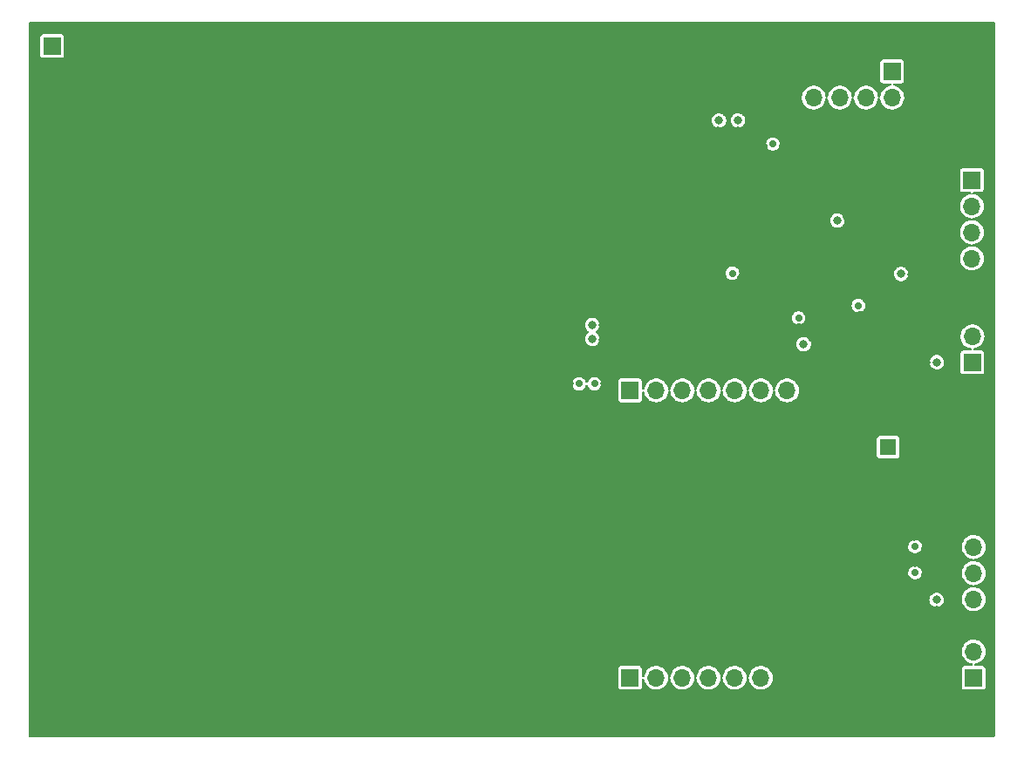
<source format=gbr>
%TF.GenerationSoftware,KiCad,Pcbnew,(6.0.8)*%
%TF.CreationDate,2022-12-06T23:52:26-08:00*%
%TF.ProjectId,motor_controller,6d6f746f-725f-4636-9f6e-74726f6c6c65,B1 (HULA) v0.2*%
%TF.SameCoordinates,Original*%
%TF.FileFunction,Copper,L3,Inr*%
%TF.FilePolarity,Positive*%
%FSLAX46Y46*%
G04 Gerber Fmt 4.6, Leading zero omitted, Abs format (unit mm)*
G04 Created by KiCad (PCBNEW (6.0.8)) date 2022-12-06 23:52:26*
%MOMM*%
%LPD*%
G01*
G04 APERTURE LIST*
%TA.AperFunction,ComponentPad*%
%ADD10R,1.700000X1.700000*%
%TD*%
%TA.AperFunction,ComponentPad*%
%ADD11O,1.700000X1.700000*%
%TD*%
%TA.AperFunction,ComponentPad*%
%ADD12R,1.600000X1.600000*%
%TD*%
%TA.AperFunction,ComponentPad*%
%ADD13C,1.600000*%
%TD*%
%TA.AperFunction,ViaPad*%
%ADD14C,0.800000*%
%TD*%
%TA.AperFunction,ViaPad*%
%ADD15C,0.700000*%
%TD*%
G04 APERTURE END LIST*
D10*
%TO.N,/(5) Motor Driver/VM*%
%TO.C,J501*%
X135440000Y-88640000D03*
D11*
%TO.N,ACTUATOR_POWER_FLAG*%
X137980000Y-88640000D03*
%TO.N,unconnected-(J501-Pad3)*%
X140520000Y-88640000D03*
%TO.N,~{FLT}*%
X143060000Y-88640000D03*
%TO.N,~{SLP}*%
X145600000Y-88640000D03*
%TO.N,PWM*%
X148140000Y-88640000D03*
%TO.N,DIR*%
X150680000Y-88640000D03*
%TO.N,GND*%
X153220000Y-88640000D03*
%TD*%
D10*
%TO.N,/(2) Power Supply/POWER_BUS*%
%TO.C,J201*%
X79350000Y-55175000D03*
D11*
%TO.N,GND*%
X81890000Y-55175000D03*
%TD*%
D10*
%TO.N,CAN_TX*%
%TO.C,J601*%
X168625000Y-68200000D03*
D11*
%TO.N,CAN_RX*%
X168625000Y-70740000D03*
%TO.N,I2C_SDA*%
X168625000Y-73280000D03*
%TO.N,I2C_SCL*%
X168625000Y-75820000D03*
%TD*%
D12*
%TO.N,/(5) Motor Driver/VM*%
%TO.C,C501*%
X160500000Y-94147349D03*
D13*
%TO.N,GND*%
X160500000Y-97647349D03*
%TD*%
D10*
%TO.N,+3V3*%
%TO.C,J603*%
X160890000Y-57650000D03*
D11*
%TO.N,/(6) Peripherals/DIO*%
X160890000Y-60190000D03*
%TO.N,GND*%
X158350000Y-57650000D03*
%TO.N,/(6) Peripherals/SCLK*%
X158350000Y-60190000D03*
%TO.N,GND*%
X155810000Y-57650000D03*
%TO.N,/(6) Peripherals/SWO*%
X155810000Y-60190000D03*
%TO.N,GND*%
X153270000Y-57650000D03*
%TO.N,/(6) Peripherals/RST*%
X153270000Y-60190000D03*
%TD*%
D10*
%TO.N,+12V*%
%TO.C,J502*%
X135440000Y-116560000D03*
D11*
X137980000Y-116560000D03*
%TO.N,PWR_MOTOR_P*%
X140520000Y-116560000D03*
X143060000Y-116560000D03*
%TO.N,PWR_MOTOR_N*%
X145600000Y-116560000D03*
X148140000Y-116560000D03*
%TO.N,GND*%
X150680000Y-116560000D03*
X153220000Y-116560000D03*
%TD*%
D10*
%TO.N,PWR_MOTOR_P*%
%TO.C,J503*%
X168800000Y-116550000D03*
D11*
%TO.N,PWR_MOTOR_N*%
X168800000Y-114010000D03*
%TO.N,GND*%
X168800000Y-111470000D03*
%TO.N,+3V3*%
X168800000Y-108930000D03*
%TO.N,ENC_A*%
X168800000Y-106390000D03*
%TO.N,ENC_B*%
X168800000Y-103850000D03*
%TD*%
D10*
%TO.N,+3V3*%
%TO.C,J602*%
X168675000Y-85925000D03*
D11*
%TO.N,SW_LIMIT*%
X168675000Y-83385000D03*
%TO.N,GND*%
X168675000Y-80845000D03*
%TD*%
D14*
%TO.N,GND*%
X161000000Y-120000000D03*
X167000000Y-120000000D03*
X165000000Y-120000000D03*
X163000000Y-120000000D03*
X169000000Y-120000000D03*
X152000000Y-121000000D03*
X156000000Y-121000000D03*
X154000000Y-121000000D03*
X159000000Y-120000000D03*
X142000000Y-121000000D03*
X148000000Y-121000000D03*
X146000000Y-121000000D03*
X144000000Y-121000000D03*
X150000000Y-121000000D03*
X132000000Y-121000000D03*
X138000000Y-121000000D03*
X136000000Y-121000000D03*
X134000000Y-121000000D03*
X140000000Y-121000000D03*
X79000000Y-120000000D03*
X85000000Y-120000000D03*
X83000000Y-120000000D03*
X81000000Y-120000000D03*
X87000000Y-120000000D03*
X94000000Y-120000000D03*
X92000000Y-120000000D03*
X89000000Y-120000000D03*
X96000000Y-120000000D03*
X118000000Y-120000000D03*
X104000000Y-120000000D03*
X102000000Y-120000000D03*
X116000000Y-120000000D03*
X124000000Y-120000000D03*
X126000000Y-120000000D03*
X128000000Y-120000000D03*
X106000000Y-120000000D03*
X130000000Y-120000000D03*
X100000000Y-120000000D03*
X114000000Y-120000000D03*
X108000000Y-120000000D03*
X120000000Y-120000000D03*
X110000000Y-120000000D03*
X122000000Y-120000000D03*
X98000000Y-120000000D03*
X112000000Y-120000000D03*
X110000000Y-114000000D03*
X115000000Y-73019721D03*
X168981284Y-89018716D03*
X100000000Y-118000000D03*
X136000000Y-68000000D03*
X146000000Y-61000000D03*
X146990089Y-107993862D03*
X169018716Y-94981284D03*
X157000000Y-102000000D03*
X85000000Y-111800000D03*
X125000000Y-61000000D03*
X86000000Y-77000000D03*
X134000000Y-106000000D03*
X115000000Y-79019721D03*
X148983247Y-107993862D03*
X112000000Y-90000000D03*
X155000000Y-108000000D03*
D15*
X148421781Y-64894516D03*
D14*
X116000000Y-60000000D03*
X96000000Y-94000000D03*
X84019721Y-85000000D03*
X128000000Y-90000000D03*
X134000000Y-104000000D03*
X151900000Y-114100000D03*
X117000000Y-73019721D03*
X98000000Y-58700000D03*
X139989032Y-97968154D03*
X112000000Y-56019721D03*
X87000000Y-57000000D03*
X91000000Y-55000000D03*
X87000000Y-116000000D03*
X81000000Y-110000000D03*
X100500000Y-66500000D03*
X169018716Y-96981284D03*
X88000000Y-81000000D03*
X87000000Y-59000000D03*
X132000000Y-76000000D03*
X145895598Y-63424070D03*
X152700000Y-86700000D03*
X124000000Y-90000000D03*
X150976404Y-107993862D03*
X123000000Y-71980279D03*
X84000000Y-75000000D03*
X127000000Y-74019721D03*
D15*
X144100000Y-67200000D03*
D14*
X155750000Y-55750000D03*
X81000000Y-61000000D03*
X150996931Y-65981284D03*
X98000000Y-92000000D03*
X148000000Y-110000000D03*
X84100000Y-56000000D03*
X116000000Y-114000000D03*
X108000000Y-112000000D03*
X152000000Y-71000000D03*
X87000000Y-118000000D03*
X97000000Y-87500000D03*
X133000000Y-66000000D03*
X120000000Y-90000000D03*
D15*
X138525000Y-78275000D03*
D14*
X153018716Y-105018716D03*
X112000000Y-54000000D03*
X130000000Y-118000000D03*
X128000000Y-94000000D03*
X110000000Y-54000000D03*
X157018716Y-105018716D03*
X141000000Y-108000000D03*
X106000000Y-118000000D03*
X82019721Y-81000000D03*
X160998339Y-107993862D03*
X132774070Y-82304402D03*
X127000000Y-76000000D03*
X161018716Y-118018716D03*
X167018716Y-98981284D03*
X121000000Y-61000000D03*
X142000000Y-110000000D03*
X141968154Y-99989384D03*
X117000000Y-79019721D03*
X162749070Y-77354402D03*
X86019721Y-83000000D03*
X140989384Y-54997484D03*
X93000000Y-55000000D03*
X147988831Y-56981284D03*
X126000000Y-118000000D03*
X121000000Y-68019721D03*
X116000000Y-118000000D03*
X122000000Y-112000000D03*
X124000000Y-118000000D03*
X120300000Y-80200000D03*
X123000000Y-61000000D03*
X94000000Y-92000000D03*
X121000000Y-71980279D03*
D15*
X135674100Y-71850000D03*
D14*
X169000000Y-63000000D03*
X118000000Y-58000000D03*
X136000000Y-102000000D03*
X154000000Y-100000000D03*
X86019721Y-81000000D03*
X84000000Y-100000000D03*
D15*
X145125000Y-68725000D03*
D14*
X158250000Y-55750000D03*
X92000000Y-102000000D03*
X94000000Y-71200000D03*
X143945725Y-63416107D03*
X93900000Y-110375000D03*
X157000000Y-110000000D03*
X138000000Y-68000000D03*
X129000000Y-74019721D03*
X84000000Y-67000000D03*
X97000000Y-74000000D03*
X92800000Y-110375000D03*
X91019721Y-87000000D03*
X89000000Y-61000000D03*
D15*
X150300000Y-63750000D03*
D14*
X126000000Y-79000000D03*
X164225497Y-85900000D03*
X87000000Y-55000000D03*
X83000000Y-114000000D03*
X91000000Y-61000000D03*
X110000000Y-112000000D03*
D15*
X145350000Y-74600000D03*
D14*
X108000000Y-114000000D03*
X165200000Y-109999503D03*
X141000000Y-84000000D03*
X86019721Y-79000000D03*
X152000000Y-110000000D03*
X152999446Y-65981284D03*
X88000000Y-85000000D03*
X166300000Y-111500000D03*
X88000000Y-83000000D03*
X140018716Y-93018716D03*
X97000000Y-61000000D03*
X81000000Y-59000000D03*
X151000000Y-105000000D03*
X116000000Y-58000000D03*
X102000000Y-118000000D03*
X84100000Y-54800000D03*
X160000000Y-68000000D03*
X128000000Y-118000000D03*
X123000000Y-74000000D03*
X115000000Y-77000000D03*
X102000000Y-112000000D03*
X86000000Y-73000000D03*
X137000000Y-108000000D03*
X83000000Y-59000000D03*
X139943854Y-103979473D03*
D15*
X148400000Y-66600000D03*
D14*
X126000000Y-92000000D03*
X82019721Y-83000000D03*
X96000000Y-104000000D03*
X85000000Y-116000000D03*
X152000000Y-100000000D03*
X132770398Y-83715491D03*
X143997484Y-60984353D03*
D15*
X146142917Y-77745944D03*
D14*
X92000000Y-100000000D03*
X84019721Y-79000000D03*
X122000000Y-87600000D03*
X130000000Y-94000000D03*
X95019721Y-87500000D03*
X134983800Y-91981284D03*
X94000000Y-90000000D03*
X167000000Y-95000000D03*
X161018716Y-115018716D03*
X150018716Y-93018716D03*
X82000000Y-69000000D03*
X144000000Y-112000000D03*
X89000000Y-116000000D03*
X118000000Y-118000000D03*
X134000000Y-68000000D03*
X120000000Y-112000000D03*
X116000000Y-89991488D03*
X84000000Y-71000000D03*
X112000000Y-58000000D03*
X104000000Y-118000000D03*
X115000000Y-81000000D03*
X86000000Y-75000000D03*
X161018716Y-112018716D03*
X117000000Y-75000000D03*
X147983800Y-60984353D03*
X166962568Y-89037432D03*
X160000000Y-100800000D03*
X88000000Y-96000000D03*
X87980279Y-74986899D03*
X90600000Y-71200000D03*
X135000000Y-66000000D03*
X148000000Y-59000000D03*
X93900000Y-73000000D03*
X82000000Y-71000000D03*
X146991900Y-64989384D03*
X142986869Y-64989384D03*
X162982229Y-102857829D03*
X156983800Y-83981284D03*
X93900000Y-111400000D03*
X79000000Y-110000000D03*
X155000000Y-84000000D03*
X95000000Y-59000000D03*
X106000000Y-112000000D03*
X167000000Y-61000000D03*
X158986315Y-83981284D03*
X129000000Y-76000000D03*
X151900000Y-63800000D03*
X79000000Y-111800000D03*
X98500000Y-87500000D03*
X114000000Y-58000000D03*
X114000000Y-118000000D03*
X138000000Y-106000000D03*
X155990441Y-99989384D03*
X118000000Y-114000000D03*
X106000000Y-114000000D03*
X126000000Y-96000000D03*
D15*
X150255000Y-75200000D03*
D14*
X114000000Y-60000000D03*
X169000000Y-54000000D03*
X122000000Y-90000000D03*
X89000000Y-59000000D03*
X87980279Y-77000000D03*
X166981284Y-91018716D03*
X138000000Y-110000000D03*
X98000000Y-115000000D03*
X117000000Y-81000000D03*
X94000000Y-68900000D03*
X161000000Y-105000000D03*
X88000000Y-79000000D03*
X162000000Y-87000000D03*
X126000000Y-114000000D03*
X84000000Y-102000000D03*
X132000000Y-102000000D03*
X150500000Y-114100000D03*
X166981284Y-93018716D03*
X134000000Y-74000000D03*
X132000000Y-104000000D03*
X139996931Y-111986315D03*
X139000000Y-66000000D03*
X95400000Y-73000000D03*
X128000000Y-79000000D03*
X153136553Y-83603023D03*
X110000000Y-58000000D03*
X144978065Y-107949992D03*
X135000000Y-108000000D03*
X148018716Y-100018716D03*
X155018716Y-102000000D03*
X85000000Y-59000000D03*
X103700000Y-71200000D03*
X123000000Y-70000000D03*
X137000000Y-64000000D03*
X95000000Y-57000000D03*
X126000000Y-88000000D03*
X119000000Y-61019721D03*
X114000000Y-89991488D03*
X132000000Y-74000000D03*
D15*
X156500000Y-87800000D03*
D14*
X112000000Y-118000000D03*
X132000000Y-68000000D03*
X124000000Y-79000000D03*
X163018716Y-89018716D03*
X149018716Y-105018716D03*
D15*
X154300000Y-81200000D03*
D14*
X93000000Y-61000000D03*
X128000000Y-96000000D03*
X83000000Y-111800000D03*
X96000000Y-90000000D03*
X100000000Y-114000000D03*
D15*
X137349100Y-75025000D03*
D14*
X152018716Y-93018716D03*
X159000000Y-105000000D03*
X91675000Y-115300000D03*
X91000000Y-59000000D03*
X142991900Y-56981284D03*
X79000000Y-114000000D03*
X87000000Y-111800000D03*
D15*
X157747877Y-81287264D03*
D14*
X94000000Y-94000000D03*
X159018716Y-118018716D03*
X118000000Y-90000000D03*
X82000000Y-77000000D03*
X158600000Y-100800000D03*
X82850000Y-57200000D03*
X143000000Y-84000000D03*
X81450000Y-57200000D03*
X118000000Y-56019721D03*
X132000000Y-72000000D03*
X87000000Y-110000000D03*
X83000000Y-118000000D03*
X110000000Y-60000000D03*
X92800000Y-111400000D03*
X116000000Y-112000000D03*
X142010263Y-97968154D03*
X132949503Y-88000000D03*
X102000000Y-114000000D03*
X154000000Y-110000000D03*
X87000000Y-61000000D03*
X96000000Y-102000000D03*
X130000000Y-116000000D03*
X126000000Y-94000000D03*
X163000000Y-110000000D03*
X155018716Y-105018716D03*
X122000000Y-114000000D03*
X134000000Y-72000000D03*
X104000000Y-114000000D03*
X126000000Y-116000000D03*
X85000000Y-61000000D03*
X163000000Y-115000000D03*
X134000000Y-78000000D03*
X123000000Y-68019721D03*
X162300000Y-63150000D03*
X163850000Y-56500000D03*
X163996931Y-78989384D03*
X141000000Y-57000000D03*
X143000000Y-55000000D03*
X156517521Y-71817345D03*
X159018716Y-102500000D03*
X79000000Y-116000000D03*
X130000000Y-114000000D03*
X81000000Y-116000000D03*
X99000000Y-74000000D03*
X122000000Y-118000000D03*
X147018716Y-105018716D03*
X98000000Y-118000000D03*
X81000000Y-111800000D03*
X153200000Y-114100000D03*
X89000000Y-55000000D03*
X145988680Y-109999295D03*
X129550497Y-88000000D03*
X92000000Y-97900000D03*
X162300000Y-100800000D03*
X114000000Y-54000000D03*
X83000000Y-61000000D03*
X161200000Y-100800000D03*
X128000000Y-92000000D03*
X81000000Y-114000000D03*
X121000000Y-70000000D03*
X93000000Y-57000000D03*
X98000000Y-96000000D03*
X144018716Y-93018716D03*
X143000000Y-82000000D03*
X104000000Y-112000000D03*
X135982542Y-103985611D03*
X157000000Y-108000000D03*
X164000000Y-81000000D03*
X99000000Y-72000000D03*
X98000000Y-57600000D03*
X123000000Y-75980279D03*
X134000000Y-80000000D03*
X169018716Y-98981284D03*
X133000000Y-64000000D03*
X161000000Y-110000000D03*
X84000000Y-98000000D03*
X165000000Y-118000000D03*
X157018716Y-112018716D03*
X87980279Y-72986899D03*
X135000000Y-61000000D03*
X137000000Y-61000000D03*
X84000000Y-73000000D03*
X97000000Y-55000000D03*
X130000000Y-102000000D03*
X150000000Y-110000000D03*
X114000000Y-56019721D03*
X159018716Y-112018716D03*
X126000000Y-90000000D03*
X110000000Y-118000000D03*
X137950696Y-101958243D03*
X167000000Y-63000000D03*
D15*
X141775000Y-72925000D03*
D14*
X119000000Y-77000000D03*
X139989032Y-95989032D03*
X89000000Y-118000000D03*
X163000000Y-112000000D03*
X87000000Y-114000000D03*
X119000000Y-73019721D03*
X150300000Y-56500000D03*
X136000000Y-106000000D03*
X169000000Y-56000000D03*
X124000000Y-112000000D03*
X118000000Y-54000000D03*
X96000000Y-98000000D03*
X124000000Y-88000000D03*
X112000000Y-60000000D03*
X151000000Y-102000000D03*
X141974291Y-105984907D03*
X159018716Y-115018716D03*
X114000000Y-114000000D03*
X140989384Y-58965085D03*
X130000000Y-96000000D03*
X83000000Y-116000000D03*
X96000000Y-100000000D03*
X101800000Y-66500000D03*
X163000000Y-108000000D03*
X163018716Y-118018716D03*
X84000000Y-77000000D03*
X86000000Y-71000000D03*
X161018716Y-102500000D03*
X82000000Y-102000000D03*
X119000000Y-75000000D03*
X93000000Y-59000000D03*
X133000000Y-61000000D03*
X82000000Y-98000000D03*
X91100000Y-118200000D03*
X157018716Y-115018716D03*
X132000000Y-78000000D03*
X159982542Y-77978769D03*
X96000000Y-96000000D03*
X142018716Y-93018716D03*
X108000000Y-118000000D03*
X165000000Y-112000000D03*
X136986315Y-93983800D03*
X153250000Y-55750000D03*
X169000000Y-91000000D03*
X164700000Y-54700000D03*
X150000000Y-100000000D03*
X161000000Y-84000000D03*
X131000000Y-64000000D03*
X88000000Y-87000000D03*
X129000000Y-61000000D03*
X90000000Y-96000000D03*
X90000000Y-74000000D03*
X95000000Y-61000000D03*
X129000000Y-64000000D03*
X141990089Y-111986315D03*
X137000000Y-66000000D03*
X162000000Y-66000000D03*
X84019721Y-81000000D03*
X85000000Y-110000000D03*
X128000000Y-116000000D03*
X135982542Y-109993157D03*
X119000000Y-67019721D03*
X129200000Y-71300000D03*
X93019721Y-87000000D03*
X121300000Y-80200000D03*
X138000000Y-112000000D03*
X167000000Y-65000000D03*
X121000000Y-74000000D03*
X141968154Y-95989032D03*
X144000000Y-110000000D03*
X134000000Y-76000000D03*
X116000000Y-54000000D03*
X131000000Y-66000000D03*
X86019721Y-85000000D03*
X119000000Y-63000000D03*
X118000000Y-112000000D03*
X98000000Y-56600000D03*
X121000000Y-75980279D03*
D15*
X144850000Y-78550000D03*
D14*
X134000000Y-102000000D03*
X86019721Y-87000000D03*
X117000000Y-77000000D03*
X96000000Y-92000000D03*
X146000000Y-93000000D03*
X145986315Y-58983800D03*
X134000000Y-70000000D03*
X142984907Y-107978065D03*
X82019721Y-79000000D03*
X85000000Y-118000000D03*
X152997635Y-107993862D03*
X120000000Y-118000000D03*
X128000000Y-112000000D03*
X153018716Y-102000000D03*
X119000000Y-71000000D03*
X112000000Y-114000000D03*
D15*
X138999100Y-75000000D03*
D14*
X124000000Y-116000000D03*
X119000000Y-69000000D03*
D15*
X149875000Y-80350000D03*
D14*
X100000000Y-96000000D03*
X82000000Y-67000000D03*
X144018716Y-100018716D03*
X154000000Y-93000000D03*
X144994415Y-54997484D03*
X140000000Y-68000000D03*
X120000000Y-114000000D03*
X167000000Y-56000000D03*
X154000000Y-86700000D03*
X166500000Y-80800000D03*
X159000000Y-110000000D03*
X115000000Y-75000000D03*
X89000000Y-57000000D03*
X110000000Y-90000000D03*
X163100000Y-105400497D03*
X131000000Y-61000000D03*
X169000000Y-65000000D03*
X127000000Y-61000000D03*
X148018716Y-93018716D03*
X146018716Y-100018716D03*
X95000000Y-55000000D03*
X81000000Y-118000000D03*
X82000000Y-73000000D03*
X108000000Y-90000000D03*
X112000000Y-112000000D03*
X114000000Y-112000000D03*
X116000000Y-56019721D03*
D15*
X151800000Y-82499503D03*
D14*
X90600000Y-68900000D03*
X139000000Y-108000000D03*
X137975700Y-103985611D03*
X169000000Y-93000000D03*
X144989384Y-64989384D03*
X135000000Y-64000000D03*
X82000000Y-75000000D03*
X127990692Y-87987523D03*
X84000000Y-69000000D03*
X128000000Y-114000000D03*
X110000000Y-56019721D03*
X82019721Y-85000000D03*
X79000000Y-118000000D03*
X94000000Y-96000000D03*
X119000000Y-65000000D03*
X132000000Y-70000000D03*
X154000000Y-69000000D03*
X85000000Y-114000000D03*
X118000000Y-60000000D03*
X91000000Y-57000000D03*
X83000000Y-110000000D03*
X167000000Y-54000000D03*
X84019721Y-83000000D03*
X98000000Y-90000000D03*
X92000000Y-96000000D03*
X158977109Y-107993862D03*
X82000000Y-100000000D03*
X84019721Y-87000000D03*
X82019721Y-87000000D03*
X140000000Y-106000000D03*
X169000000Y-61000000D03*
X167000000Y-97000000D03*
X139996931Y-109993157D03*
D15*
%TO.N,NRST*%
X149300000Y-64700000D03*
X145384621Y-77262114D03*
%TO.N,SRAM_~{CS}*%
X151800000Y-81600000D03*
X157600000Y-80400000D03*
%TO.N,ENC_A*%
X163100000Y-106350000D03*
X130500000Y-88000000D03*
%TO.N,ENC_B*%
X132000000Y-88000000D03*
X163100000Y-103800000D03*
D14*
%TO.N,+3V3*%
X165200000Y-109000000D03*
X152300000Y-84150000D03*
X144075000Y-62425000D03*
X145925000Y-62425000D03*
X161750000Y-77325000D03*
X155575000Y-72150000D03*
X165225000Y-85900000D03*
X131775000Y-83625000D03*
X131775000Y-82275000D03*
%TD*%
%TA.AperFunction,Conductor*%
%TO.N,GND*%
G36*
X170841621Y-52845502D02*
G01*
X170888114Y-52899158D01*
X170899500Y-52951500D01*
X170899500Y-122173500D01*
X170879498Y-122241621D01*
X170825842Y-122288114D01*
X170773500Y-122299500D01*
X77176500Y-122299500D01*
X77108379Y-122279498D01*
X77061886Y-122225842D01*
X77050500Y-122173500D01*
X77050500Y-117454646D01*
X134289500Y-117454646D01*
X134292618Y-117480846D01*
X134338061Y-117583153D01*
X134346294Y-117591372D01*
X134346295Y-117591373D01*
X134372363Y-117617395D01*
X134417287Y-117662241D01*
X134427924Y-117666944D01*
X134427926Y-117666945D01*
X134465382Y-117683504D01*
X134519673Y-117707506D01*
X134545354Y-117710500D01*
X136334646Y-117710500D01*
X136338350Y-117710059D01*
X136338353Y-117710059D01*
X136345746Y-117709179D01*
X136360846Y-117707382D01*
X136377297Y-117700075D01*
X136452518Y-117666663D01*
X136463153Y-117661939D01*
X136542241Y-117582713D01*
X136551170Y-117562518D01*
X136573265Y-117512538D01*
X136587506Y-117480327D01*
X136590500Y-117454646D01*
X136590500Y-116770673D01*
X136610502Y-116702552D01*
X136664158Y-116656059D01*
X136734432Y-116645955D01*
X136799012Y-116675449D01*
X136837396Y-116735175D01*
X136838658Y-116740784D01*
X136838796Y-116740749D01*
X136890845Y-116945690D01*
X136979369Y-117137714D01*
X137101405Y-117310391D01*
X137105539Y-117314418D01*
X137245727Y-117450983D01*
X137252865Y-117457937D01*
X137257661Y-117461142D01*
X137257664Y-117461144D01*
X137400936Y-117556875D01*
X137428677Y-117575411D01*
X137433985Y-117577692D01*
X137433986Y-117577692D01*
X137617650Y-117656600D01*
X137617653Y-117656601D01*
X137622953Y-117658878D01*
X137628582Y-117660152D01*
X137628583Y-117660152D01*
X137823550Y-117704269D01*
X137823553Y-117704269D01*
X137829186Y-117705544D01*
X137834957Y-117705771D01*
X137834959Y-117705771D01*
X137896989Y-117708208D01*
X138040470Y-117713846D01*
X138046179Y-117713018D01*
X138046183Y-117713018D01*
X138244015Y-117684333D01*
X138244019Y-117684332D01*
X138249730Y-117683504D01*
X138327971Y-117656945D01*
X138444483Y-117617395D01*
X138444488Y-117617393D01*
X138449955Y-117615537D01*
X138493103Y-117591373D01*
X138629395Y-117515046D01*
X138629399Y-117515043D01*
X138634442Y-117512219D01*
X138797012Y-117377012D01*
X138932219Y-117214442D01*
X138935043Y-117209399D01*
X138935046Y-117209395D01*
X139032713Y-117034998D01*
X139032714Y-117034996D01*
X139035537Y-117029955D01*
X139037393Y-117024488D01*
X139037395Y-117024483D01*
X139101647Y-116835200D01*
X139103504Y-116829730D01*
X139116406Y-116740749D01*
X139125090Y-116680860D01*
X139154660Y-116616315D01*
X139214432Y-116578003D01*
X139285429Y-116578087D01*
X139345109Y-116616542D01*
X139374525Y-116681158D01*
X139375515Y-116690695D01*
X139378796Y-116740749D01*
X139380217Y-116746345D01*
X139380218Y-116746350D01*
X139402784Y-116835200D01*
X139430845Y-116945690D01*
X139519369Y-117137714D01*
X139641405Y-117310391D01*
X139645539Y-117314418D01*
X139785727Y-117450983D01*
X139792865Y-117457937D01*
X139797661Y-117461142D01*
X139797664Y-117461144D01*
X139940936Y-117556875D01*
X139968677Y-117575411D01*
X139973985Y-117577692D01*
X139973986Y-117577692D01*
X140157650Y-117656600D01*
X140157653Y-117656601D01*
X140162953Y-117658878D01*
X140168582Y-117660152D01*
X140168583Y-117660152D01*
X140363550Y-117704269D01*
X140363553Y-117704269D01*
X140369186Y-117705544D01*
X140374957Y-117705771D01*
X140374959Y-117705771D01*
X140436989Y-117708208D01*
X140580470Y-117713846D01*
X140586179Y-117713018D01*
X140586183Y-117713018D01*
X140784015Y-117684333D01*
X140784019Y-117684332D01*
X140789730Y-117683504D01*
X140867971Y-117656945D01*
X140984483Y-117617395D01*
X140984488Y-117617393D01*
X140989955Y-117615537D01*
X141033103Y-117591373D01*
X141169395Y-117515046D01*
X141169399Y-117515043D01*
X141174442Y-117512219D01*
X141337012Y-117377012D01*
X141472219Y-117214442D01*
X141475043Y-117209399D01*
X141475046Y-117209395D01*
X141572713Y-117034998D01*
X141572714Y-117034996D01*
X141575537Y-117029955D01*
X141577393Y-117024488D01*
X141577395Y-117024483D01*
X141641647Y-116835200D01*
X141643504Y-116829730D01*
X141656406Y-116740749D01*
X141665090Y-116680860D01*
X141694660Y-116616315D01*
X141754432Y-116578003D01*
X141825429Y-116578087D01*
X141885109Y-116616542D01*
X141914525Y-116681158D01*
X141915515Y-116690695D01*
X141918796Y-116740749D01*
X141920217Y-116746345D01*
X141920218Y-116746350D01*
X141942784Y-116835200D01*
X141970845Y-116945690D01*
X142059369Y-117137714D01*
X142181405Y-117310391D01*
X142185539Y-117314418D01*
X142325727Y-117450983D01*
X142332865Y-117457937D01*
X142337661Y-117461142D01*
X142337664Y-117461144D01*
X142480936Y-117556875D01*
X142508677Y-117575411D01*
X142513985Y-117577692D01*
X142513986Y-117577692D01*
X142697650Y-117656600D01*
X142697653Y-117656601D01*
X142702953Y-117658878D01*
X142708582Y-117660152D01*
X142708583Y-117660152D01*
X142903550Y-117704269D01*
X142903553Y-117704269D01*
X142909186Y-117705544D01*
X142914957Y-117705771D01*
X142914959Y-117705771D01*
X142976989Y-117708208D01*
X143120470Y-117713846D01*
X143126179Y-117713018D01*
X143126183Y-117713018D01*
X143324015Y-117684333D01*
X143324019Y-117684332D01*
X143329730Y-117683504D01*
X143407971Y-117656945D01*
X143524483Y-117617395D01*
X143524488Y-117617393D01*
X143529955Y-117615537D01*
X143573103Y-117591373D01*
X143709395Y-117515046D01*
X143709399Y-117515043D01*
X143714442Y-117512219D01*
X143877012Y-117377012D01*
X144012219Y-117214442D01*
X144015043Y-117209399D01*
X144015046Y-117209395D01*
X144112713Y-117034998D01*
X144112714Y-117034996D01*
X144115537Y-117029955D01*
X144117393Y-117024488D01*
X144117395Y-117024483D01*
X144181647Y-116835200D01*
X144183504Y-116829730D01*
X144196406Y-116740749D01*
X144205090Y-116680860D01*
X144234660Y-116616315D01*
X144294432Y-116578003D01*
X144365429Y-116578087D01*
X144425109Y-116616542D01*
X144454525Y-116681158D01*
X144455515Y-116690695D01*
X144458796Y-116740749D01*
X144460217Y-116746345D01*
X144460218Y-116746350D01*
X144482784Y-116835200D01*
X144510845Y-116945690D01*
X144599369Y-117137714D01*
X144721405Y-117310391D01*
X144725539Y-117314418D01*
X144865727Y-117450983D01*
X144872865Y-117457937D01*
X144877661Y-117461142D01*
X144877664Y-117461144D01*
X145020936Y-117556875D01*
X145048677Y-117575411D01*
X145053985Y-117577692D01*
X145053986Y-117577692D01*
X145237650Y-117656600D01*
X145237653Y-117656601D01*
X145242953Y-117658878D01*
X145248582Y-117660152D01*
X145248583Y-117660152D01*
X145443550Y-117704269D01*
X145443553Y-117704269D01*
X145449186Y-117705544D01*
X145454957Y-117705771D01*
X145454959Y-117705771D01*
X145516989Y-117708208D01*
X145660470Y-117713846D01*
X145666179Y-117713018D01*
X145666183Y-117713018D01*
X145864015Y-117684333D01*
X145864019Y-117684332D01*
X145869730Y-117683504D01*
X145947971Y-117656945D01*
X146064483Y-117617395D01*
X146064488Y-117617393D01*
X146069955Y-117615537D01*
X146113103Y-117591373D01*
X146249395Y-117515046D01*
X146249399Y-117515043D01*
X146254442Y-117512219D01*
X146417012Y-117377012D01*
X146552219Y-117214442D01*
X146555043Y-117209399D01*
X146555046Y-117209395D01*
X146652713Y-117034998D01*
X146652714Y-117034996D01*
X146655537Y-117029955D01*
X146657393Y-117024488D01*
X146657395Y-117024483D01*
X146721647Y-116835200D01*
X146723504Y-116829730D01*
X146736406Y-116740749D01*
X146745090Y-116680860D01*
X146774660Y-116616315D01*
X146834432Y-116578003D01*
X146905429Y-116578087D01*
X146965109Y-116616542D01*
X146994525Y-116681158D01*
X146995515Y-116690695D01*
X146998796Y-116740749D01*
X147000217Y-116746345D01*
X147000218Y-116746350D01*
X147022784Y-116835200D01*
X147050845Y-116945690D01*
X147139369Y-117137714D01*
X147261405Y-117310391D01*
X147265539Y-117314418D01*
X147405727Y-117450983D01*
X147412865Y-117457937D01*
X147417661Y-117461142D01*
X147417664Y-117461144D01*
X147560936Y-117556875D01*
X147588677Y-117575411D01*
X147593985Y-117577692D01*
X147593986Y-117577692D01*
X147777650Y-117656600D01*
X147777653Y-117656601D01*
X147782953Y-117658878D01*
X147788582Y-117660152D01*
X147788583Y-117660152D01*
X147983550Y-117704269D01*
X147983553Y-117704269D01*
X147989186Y-117705544D01*
X147994957Y-117705771D01*
X147994959Y-117705771D01*
X148056989Y-117708208D01*
X148200470Y-117713846D01*
X148206179Y-117713018D01*
X148206183Y-117713018D01*
X148404015Y-117684333D01*
X148404019Y-117684332D01*
X148409730Y-117683504D01*
X148487971Y-117656945D01*
X148604483Y-117617395D01*
X148604488Y-117617393D01*
X148609955Y-117615537D01*
X148653103Y-117591373D01*
X148789395Y-117515046D01*
X148789399Y-117515043D01*
X148794442Y-117512219D01*
X148957012Y-117377012D01*
X149092219Y-117214442D01*
X149095043Y-117209399D01*
X149095046Y-117209395D01*
X149192713Y-117034998D01*
X149192714Y-117034996D01*
X149195537Y-117029955D01*
X149197393Y-117024488D01*
X149197395Y-117024483D01*
X149261647Y-116835200D01*
X149263504Y-116829730D01*
X149277243Y-116734981D01*
X149293314Y-116624140D01*
X149293314Y-116624138D01*
X149293846Y-116620470D01*
X149295429Y-116560000D01*
X149276081Y-116349440D01*
X149218686Y-116145931D01*
X149207553Y-116123354D01*
X149127719Y-115961469D01*
X149125165Y-115956290D01*
X148998651Y-115786867D01*
X148871236Y-115669086D01*
X148847622Y-115647257D01*
X148847620Y-115647255D01*
X148843381Y-115643337D01*
X148836751Y-115639154D01*
X148669434Y-115533584D01*
X148669433Y-115533584D01*
X148664554Y-115530505D01*
X148468160Y-115452152D01*
X148462503Y-115451027D01*
X148462497Y-115451025D01*
X148266442Y-115412028D01*
X148266440Y-115412028D01*
X148260775Y-115410901D01*
X148255000Y-115410825D01*
X148254996Y-115410825D01*
X148148976Y-115409437D01*
X148049346Y-115408133D01*
X148043649Y-115409112D01*
X148043648Y-115409112D01*
X147846650Y-115442962D01*
X147846649Y-115442962D01*
X147840953Y-115443941D01*
X147642575Y-115517127D01*
X147637614Y-115520079D01*
X147637613Y-115520079D01*
X147591553Y-115547482D01*
X147460856Y-115625238D01*
X147301881Y-115764655D01*
X147170976Y-115930708D01*
X147168287Y-115935819D01*
X147168285Y-115935822D01*
X147154792Y-115961469D01*
X147072523Y-116117836D01*
X147009820Y-116319773D01*
X147009141Y-116325510D01*
X146995088Y-116444239D01*
X146967217Y-116509537D01*
X146908469Y-116549401D01*
X146837494Y-116551174D01*
X146776828Y-116514295D01*
X146745730Y-116450471D01*
X146744490Y-116440958D01*
X146739716Y-116388995D01*
X146736081Y-116349440D01*
X146678686Y-116145931D01*
X146667553Y-116123354D01*
X146587719Y-115961469D01*
X146585165Y-115956290D01*
X146458651Y-115786867D01*
X146331236Y-115669086D01*
X146307622Y-115647257D01*
X146307620Y-115647255D01*
X146303381Y-115643337D01*
X146296751Y-115639154D01*
X146129434Y-115533584D01*
X146129433Y-115533584D01*
X146124554Y-115530505D01*
X145928160Y-115452152D01*
X145922503Y-115451027D01*
X145922497Y-115451025D01*
X145726442Y-115412028D01*
X145726440Y-115412028D01*
X145720775Y-115410901D01*
X145715000Y-115410825D01*
X145714996Y-115410825D01*
X145608976Y-115409437D01*
X145509346Y-115408133D01*
X145503649Y-115409112D01*
X145503648Y-115409112D01*
X145306650Y-115442962D01*
X145306649Y-115442962D01*
X145300953Y-115443941D01*
X145102575Y-115517127D01*
X145097614Y-115520079D01*
X145097613Y-115520079D01*
X145051553Y-115547482D01*
X144920856Y-115625238D01*
X144761881Y-115764655D01*
X144630976Y-115930708D01*
X144628287Y-115935819D01*
X144628285Y-115935822D01*
X144614792Y-115961469D01*
X144532523Y-116117836D01*
X144469820Y-116319773D01*
X144469141Y-116325510D01*
X144455088Y-116444239D01*
X144427217Y-116509537D01*
X144368469Y-116549401D01*
X144297494Y-116551174D01*
X144236828Y-116514295D01*
X144205730Y-116450471D01*
X144204490Y-116440958D01*
X144199716Y-116388995D01*
X144196081Y-116349440D01*
X144138686Y-116145931D01*
X144127553Y-116123354D01*
X144047719Y-115961469D01*
X144045165Y-115956290D01*
X143918651Y-115786867D01*
X143791236Y-115669086D01*
X143767622Y-115647257D01*
X143767620Y-115647255D01*
X143763381Y-115643337D01*
X143756751Y-115639154D01*
X143589434Y-115533584D01*
X143589433Y-115533584D01*
X143584554Y-115530505D01*
X143388160Y-115452152D01*
X143382503Y-115451027D01*
X143382497Y-115451025D01*
X143186442Y-115412028D01*
X143186440Y-115412028D01*
X143180775Y-115410901D01*
X143175000Y-115410825D01*
X143174996Y-115410825D01*
X143068976Y-115409437D01*
X142969346Y-115408133D01*
X142963649Y-115409112D01*
X142963648Y-115409112D01*
X142766650Y-115442962D01*
X142766649Y-115442962D01*
X142760953Y-115443941D01*
X142562575Y-115517127D01*
X142557614Y-115520079D01*
X142557613Y-115520079D01*
X142511553Y-115547482D01*
X142380856Y-115625238D01*
X142221881Y-115764655D01*
X142090976Y-115930708D01*
X142088287Y-115935819D01*
X142088285Y-115935822D01*
X142074792Y-115961469D01*
X141992523Y-116117836D01*
X141929820Y-116319773D01*
X141929141Y-116325510D01*
X141915088Y-116444239D01*
X141887217Y-116509537D01*
X141828469Y-116549401D01*
X141757494Y-116551174D01*
X141696828Y-116514295D01*
X141665730Y-116450471D01*
X141664490Y-116440958D01*
X141659716Y-116388995D01*
X141656081Y-116349440D01*
X141598686Y-116145931D01*
X141587553Y-116123354D01*
X141507719Y-115961469D01*
X141505165Y-115956290D01*
X141378651Y-115786867D01*
X141251236Y-115669086D01*
X141227622Y-115647257D01*
X141227620Y-115647255D01*
X141223381Y-115643337D01*
X141216751Y-115639154D01*
X141049434Y-115533584D01*
X141049433Y-115533584D01*
X141044554Y-115530505D01*
X140848160Y-115452152D01*
X140842503Y-115451027D01*
X140842497Y-115451025D01*
X140646442Y-115412028D01*
X140646440Y-115412028D01*
X140640775Y-115410901D01*
X140635000Y-115410825D01*
X140634996Y-115410825D01*
X140528976Y-115409437D01*
X140429346Y-115408133D01*
X140423649Y-115409112D01*
X140423648Y-115409112D01*
X140226650Y-115442962D01*
X140226649Y-115442962D01*
X140220953Y-115443941D01*
X140022575Y-115517127D01*
X140017614Y-115520079D01*
X140017613Y-115520079D01*
X139971553Y-115547482D01*
X139840856Y-115625238D01*
X139681881Y-115764655D01*
X139550976Y-115930708D01*
X139548287Y-115935819D01*
X139548285Y-115935822D01*
X139534792Y-115961469D01*
X139452523Y-116117836D01*
X139389820Y-116319773D01*
X139389141Y-116325510D01*
X139375088Y-116444239D01*
X139347217Y-116509537D01*
X139288469Y-116549401D01*
X139217494Y-116551174D01*
X139156828Y-116514295D01*
X139125730Y-116450471D01*
X139124490Y-116440958D01*
X139119716Y-116388995D01*
X139116081Y-116349440D01*
X139058686Y-116145931D01*
X139047553Y-116123354D01*
X138967719Y-115961469D01*
X138965165Y-115956290D01*
X138838651Y-115786867D01*
X138711236Y-115669086D01*
X138687622Y-115647257D01*
X138687620Y-115647255D01*
X138683381Y-115643337D01*
X138676751Y-115639154D01*
X138509434Y-115533584D01*
X138509433Y-115533584D01*
X138504554Y-115530505D01*
X138308160Y-115452152D01*
X138302503Y-115451027D01*
X138302497Y-115451025D01*
X138106442Y-115412028D01*
X138106440Y-115412028D01*
X138100775Y-115410901D01*
X138095000Y-115410825D01*
X138094996Y-115410825D01*
X137988976Y-115409437D01*
X137889346Y-115408133D01*
X137883649Y-115409112D01*
X137883648Y-115409112D01*
X137686650Y-115442962D01*
X137686649Y-115442962D01*
X137680953Y-115443941D01*
X137482575Y-115517127D01*
X137477614Y-115520079D01*
X137477613Y-115520079D01*
X137431553Y-115547482D01*
X137300856Y-115625238D01*
X137141881Y-115764655D01*
X137010976Y-115930708D01*
X137008287Y-115935819D01*
X137008285Y-115935822D01*
X136994792Y-115961469D01*
X136912523Y-116117836D01*
X136849820Y-116319773D01*
X136849141Y-116325510D01*
X136841627Y-116388995D01*
X136813756Y-116454292D01*
X136755008Y-116494156D01*
X136684034Y-116495930D01*
X136623367Y-116459051D01*
X136592269Y-116395227D01*
X136590500Y-116374185D01*
X136590500Y-115665354D01*
X136587382Y-115639154D01*
X136541939Y-115536847D01*
X136533444Y-115528366D01*
X136470945Y-115465977D01*
X136462713Y-115457759D01*
X136452076Y-115453056D01*
X136452074Y-115453055D01*
X136392538Y-115426735D01*
X136360327Y-115412494D01*
X136334646Y-115409500D01*
X134545354Y-115409500D01*
X134541650Y-115409941D01*
X134541647Y-115409941D01*
X134534254Y-115410821D01*
X134519154Y-115412618D01*
X134510514Y-115416456D01*
X134510513Y-115416456D01*
X134444131Y-115445942D01*
X134416847Y-115458061D01*
X134337759Y-115537287D01*
X134292494Y-115639673D01*
X134289500Y-115665354D01*
X134289500Y-117454646D01*
X77050500Y-117454646D01*
X77050500Y-113979754D01*
X167644967Y-113979754D01*
X167658796Y-114190749D01*
X167660217Y-114196345D01*
X167660218Y-114196350D01*
X167682784Y-114285200D01*
X167710845Y-114395690D01*
X167799369Y-114587714D01*
X167921405Y-114760391D01*
X168072865Y-114907937D01*
X168077661Y-114911142D01*
X168077664Y-114911144D01*
X168220936Y-115006875D01*
X168248677Y-115025411D01*
X168253985Y-115027692D01*
X168253986Y-115027692D01*
X168437650Y-115106600D01*
X168437653Y-115106601D01*
X168442953Y-115108878D01*
X168448582Y-115110152D01*
X168448583Y-115110152D01*
X168627368Y-115150607D01*
X168689395Y-115185150D01*
X168722899Y-115247743D01*
X168717245Y-115318514D01*
X168674226Y-115374994D01*
X168607501Y-115399249D01*
X168599560Y-115399500D01*
X167905354Y-115399500D01*
X167901650Y-115399941D01*
X167901647Y-115399941D01*
X167894254Y-115400821D01*
X167879154Y-115402618D01*
X167870514Y-115406456D01*
X167870513Y-115406456D01*
X167788117Y-115443055D01*
X167776847Y-115448061D01*
X167697759Y-115527287D01*
X167693056Y-115537924D01*
X167693055Y-115537926D01*
X167688634Y-115547926D01*
X167652494Y-115629673D01*
X167649500Y-115655354D01*
X167649500Y-117444646D01*
X167652618Y-117470846D01*
X167656456Y-117479486D01*
X167656456Y-117479487D01*
X167670995Y-117512219D01*
X167698061Y-117573153D01*
X167706294Y-117581372D01*
X167706295Y-117581373D01*
X167708078Y-117583153D01*
X167777287Y-117652241D01*
X167787924Y-117656944D01*
X167787926Y-117656945D01*
X167809908Y-117666663D01*
X167879673Y-117697506D01*
X167905354Y-117700500D01*
X169694646Y-117700500D01*
X169698350Y-117700059D01*
X169698353Y-117700059D01*
X169705746Y-117699179D01*
X169720846Y-117697382D01*
X169790005Y-117666663D01*
X169812518Y-117656663D01*
X169823153Y-117651939D01*
X169902241Y-117572713D01*
X169928986Y-117512219D01*
X169939254Y-117488992D01*
X169947506Y-117470327D01*
X169950500Y-117444646D01*
X169950500Y-115655354D01*
X169947382Y-115629154D01*
X169901939Y-115526847D01*
X169822713Y-115447759D01*
X169812076Y-115443056D01*
X169812074Y-115443055D01*
X169739171Y-115410825D01*
X169720327Y-115402494D01*
X169694646Y-115399500D01*
X168982291Y-115399500D01*
X168914170Y-115379498D01*
X168867677Y-115325842D01*
X168857573Y-115255568D01*
X168887067Y-115190988D01*
X168946793Y-115152604D01*
X168964211Y-115148804D01*
X169064013Y-115134333D01*
X169064014Y-115134333D01*
X169069730Y-115133504D01*
X169148987Y-115106600D01*
X169264483Y-115067395D01*
X169264488Y-115067393D01*
X169269955Y-115065537D01*
X169274998Y-115062713D01*
X169449395Y-114965046D01*
X169449399Y-114965043D01*
X169454442Y-114962219D01*
X169617012Y-114827012D01*
X169752219Y-114664442D01*
X169755043Y-114659399D01*
X169755046Y-114659395D01*
X169852713Y-114484998D01*
X169852714Y-114484996D01*
X169855537Y-114479955D01*
X169857393Y-114474488D01*
X169857395Y-114474483D01*
X169921647Y-114285200D01*
X169923504Y-114279730D01*
X169953846Y-114070470D01*
X169955429Y-114010000D01*
X169936081Y-113799440D01*
X169878686Y-113595931D01*
X169867553Y-113573354D01*
X169787719Y-113411469D01*
X169785165Y-113406290D01*
X169658651Y-113236867D01*
X169503381Y-113093337D01*
X169324554Y-112980505D01*
X169128160Y-112902152D01*
X169122503Y-112901027D01*
X169122497Y-112901025D01*
X168926442Y-112862028D01*
X168926440Y-112862028D01*
X168920775Y-112860901D01*
X168915000Y-112860825D01*
X168914996Y-112860825D01*
X168808976Y-112859437D01*
X168709346Y-112858133D01*
X168703649Y-112859112D01*
X168703648Y-112859112D01*
X168506650Y-112892962D01*
X168506649Y-112892962D01*
X168500953Y-112893941D01*
X168302575Y-112967127D01*
X168297614Y-112970079D01*
X168297613Y-112970079D01*
X168280089Y-112980505D01*
X168120856Y-113075238D01*
X167961881Y-113214655D01*
X167830976Y-113380708D01*
X167828287Y-113385819D01*
X167828285Y-113385822D01*
X167814792Y-113411469D01*
X167732523Y-113567836D01*
X167669820Y-113769773D01*
X167644967Y-113979754D01*
X77050500Y-113979754D01*
X77050500Y-108992611D01*
X164494394Y-108992611D01*
X164512999Y-109161135D01*
X164571266Y-109320356D01*
X164575502Y-109326659D01*
X164575502Y-109326660D01*
X164588574Y-109346113D01*
X164665830Y-109461083D01*
X164671442Y-109466190D01*
X164671445Y-109466193D01*
X164785612Y-109570077D01*
X164785616Y-109570080D01*
X164791233Y-109575191D01*
X164797906Y-109578814D01*
X164797910Y-109578817D01*
X164933558Y-109652467D01*
X164933560Y-109652468D01*
X164940235Y-109656092D01*
X164947584Y-109658020D01*
X165096883Y-109697188D01*
X165096885Y-109697188D01*
X165104233Y-109699116D01*
X165190609Y-109700473D01*
X165266161Y-109701660D01*
X165266164Y-109701660D01*
X165273760Y-109701779D01*
X165281165Y-109700083D01*
X165281166Y-109700083D01*
X165349563Y-109684418D01*
X165439029Y-109663928D01*
X165590498Y-109587747D01*
X165719423Y-109477634D01*
X165818361Y-109339947D01*
X165828112Y-109315690D01*
X165878766Y-109189687D01*
X165878767Y-109189685D01*
X165881601Y-109182634D01*
X165905490Y-109014778D01*
X165905645Y-109000000D01*
X165903840Y-108985080D01*
X165896727Y-108926305D01*
X165893514Y-108899754D01*
X167644967Y-108899754D01*
X167658796Y-109110749D01*
X167660217Y-109116345D01*
X167660218Y-109116350D01*
X167682784Y-109205200D01*
X167710845Y-109315690D01*
X167799369Y-109507714D01*
X167921405Y-109680391D01*
X168072865Y-109827937D01*
X168077661Y-109831142D01*
X168077664Y-109831144D01*
X168220936Y-109926875D01*
X168248677Y-109945411D01*
X168253985Y-109947692D01*
X168253986Y-109947692D01*
X168437650Y-110026600D01*
X168437653Y-110026601D01*
X168442953Y-110028878D01*
X168448582Y-110030152D01*
X168448583Y-110030152D01*
X168643550Y-110074269D01*
X168643553Y-110074269D01*
X168649186Y-110075544D01*
X168654957Y-110075771D01*
X168654959Y-110075771D01*
X168716989Y-110078208D01*
X168860470Y-110083846D01*
X168866179Y-110083018D01*
X168866183Y-110083018D01*
X169064015Y-110054333D01*
X169064019Y-110054332D01*
X169069730Y-110053504D01*
X169148987Y-110026600D01*
X169264483Y-109987395D01*
X169264488Y-109987393D01*
X169269955Y-109985537D01*
X169274998Y-109982713D01*
X169449395Y-109885046D01*
X169449399Y-109885043D01*
X169454442Y-109882219D01*
X169617012Y-109747012D01*
X169752219Y-109584442D01*
X169755043Y-109579399D01*
X169755046Y-109579395D01*
X169852713Y-109404998D01*
X169852714Y-109404996D01*
X169855537Y-109399955D01*
X169857393Y-109394488D01*
X169857395Y-109394483D01*
X169921647Y-109205200D01*
X169923504Y-109199730D01*
X169924961Y-109189687D01*
X169953314Y-108994140D01*
X169953314Y-108994138D01*
X169953846Y-108990470D01*
X169955429Y-108930000D01*
X169936081Y-108719440D01*
X169878686Y-108515931D01*
X169867553Y-108493354D01*
X169787719Y-108331469D01*
X169785165Y-108326290D01*
X169658651Y-108156867D01*
X169503381Y-108013337D01*
X169324554Y-107900505D01*
X169128160Y-107822152D01*
X169122503Y-107821027D01*
X169122497Y-107821025D01*
X168925234Y-107781788D01*
X168862324Y-107748881D01*
X168827192Y-107687186D01*
X168830992Y-107616291D01*
X168872517Y-107558705D01*
X168931734Y-107533513D01*
X169064015Y-107514333D01*
X169064019Y-107514332D01*
X169069730Y-107513504D01*
X169148987Y-107486600D01*
X169264483Y-107447395D01*
X169264488Y-107447393D01*
X169269955Y-107445537D01*
X169274998Y-107442713D01*
X169449395Y-107345046D01*
X169449399Y-107345043D01*
X169454442Y-107342219D01*
X169617012Y-107207012D01*
X169752219Y-107044442D01*
X169755043Y-107039399D01*
X169755046Y-107039395D01*
X169852713Y-106864998D01*
X169852714Y-106864996D01*
X169855537Y-106859955D01*
X169857393Y-106854488D01*
X169857395Y-106854483D01*
X169921647Y-106665200D01*
X169923504Y-106659730D01*
X169926314Y-106640354D01*
X169953314Y-106454140D01*
X169953314Y-106454138D01*
X169953846Y-106450470D01*
X169955429Y-106390000D01*
X169936081Y-106179440D01*
X169878686Y-105975931D01*
X169867553Y-105953354D01*
X169787719Y-105791469D01*
X169785165Y-105786290D01*
X169658651Y-105616867D01*
X169503381Y-105473337D01*
X169324554Y-105360505D01*
X169128160Y-105282152D01*
X169122503Y-105281027D01*
X169122497Y-105281025D01*
X168925234Y-105241788D01*
X168862324Y-105208881D01*
X168827192Y-105147186D01*
X168830992Y-105076291D01*
X168872517Y-105018705D01*
X168931734Y-104993513D01*
X169064015Y-104974333D01*
X169064019Y-104974332D01*
X169069730Y-104973504D01*
X169148987Y-104946600D01*
X169264483Y-104907395D01*
X169264488Y-104907393D01*
X169269955Y-104905537D01*
X169274998Y-104902713D01*
X169449395Y-104805046D01*
X169449399Y-104805043D01*
X169454442Y-104802219D01*
X169617012Y-104667012D01*
X169752219Y-104504442D01*
X169755043Y-104499399D01*
X169755046Y-104499395D01*
X169852713Y-104324998D01*
X169852714Y-104324996D01*
X169855537Y-104319955D01*
X169857393Y-104314488D01*
X169857395Y-104314483D01*
X169921647Y-104125200D01*
X169923504Y-104119730D01*
X169927764Y-104090354D01*
X169953314Y-103914140D01*
X169953314Y-103914138D01*
X169953846Y-103910470D01*
X169955429Y-103850000D01*
X169936081Y-103639440D01*
X169878686Y-103435931D01*
X169867553Y-103413354D01*
X169787719Y-103251469D01*
X169785165Y-103246290D01*
X169658651Y-103076867D01*
X169503381Y-102933337D01*
X169324554Y-102820505D01*
X169128160Y-102742152D01*
X169122503Y-102741027D01*
X169122497Y-102741025D01*
X168926442Y-102702028D01*
X168926440Y-102702028D01*
X168920775Y-102700901D01*
X168915000Y-102700825D01*
X168914996Y-102700825D01*
X168808976Y-102699437D01*
X168709346Y-102698133D01*
X168703649Y-102699112D01*
X168703648Y-102699112D01*
X168506650Y-102732962D01*
X168506649Y-102732962D01*
X168500953Y-102733941D01*
X168302575Y-102807127D01*
X168297614Y-102810079D01*
X168297613Y-102810079D01*
X168280089Y-102820505D01*
X168120856Y-102915238D01*
X167961881Y-103054655D01*
X167830976Y-103220708D01*
X167828287Y-103225819D01*
X167828285Y-103225822D01*
X167814792Y-103251469D01*
X167732523Y-103407836D01*
X167669820Y-103609773D01*
X167644967Y-103819754D01*
X167658796Y-104030749D01*
X167660217Y-104036345D01*
X167660218Y-104036350D01*
X167682784Y-104125200D01*
X167710845Y-104235690D01*
X167799369Y-104427714D01*
X167921405Y-104600391D01*
X168072865Y-104747937D01*
X168077661Y-104751142D01*
X168077664Y-104751144D01*
X168220936Y-104846875D01*
X168248677Y-104865411D01*
X168253985Y-104867692D01*
X168253986Y-104867692D01*
X168437650Y-104946600D01*
X168437653Y-104946601D01*
X168442953Y-104948878D01*
X168448582Y-104950152D01*
X168448583Y-104950152D01*
X168643550Y-104994269D01*
X168643553Y-104994269D01*
X168649186Y-104995544D01*
X168654958Y-104995771D01*
X168660687Y-104996525D01*
X168660327Y-104999257D01*
X168716604Y-105018216D01*
X168760950Y-105073659D01*
X168768282Y-105144276D01*
X168736271Y-105207647D01*
X168675081Y-105243651D01*
X168665704Y-105245632D01*
X168506650Y-105272962D01*
X168506649Y-105272962D01*
X168500953Y-105273941D01*
X168302575Y-105347127D01*
X168297614Y-105350079D01*
X168297613Y-105350079D01*
X168280089Y-105360505D01*
X168120856Y-105455238D01*
X167961881Y-105594655D01*
X167830976Y-105760708D01*
X167828287Y-105765819D01*
X167828285Y-105765822D01*
X167801374Y-105816972D01*
X167732523Y-105947836D01*
X167669820Y-106149773D01*
X167644967Y-106359754D01*
X167658796Y-106570749D01*
X167660217Y-106576345D01*
X167660218Y-106576350D01*
X167682784Y-106665200D01*
X167710845Y-106775690D01*
X167713262Y-106780933D01*
X167747169Y-106854483D01*
X167799369Y-106967714D01*
X167921405Y-107140391D01*
X168072865Y-107287937D01*
X168077661Y-107291142D01*
X168077664Y-107291144D01*
X168220936Y-107386875D01*
X168248677Y-107405411D01*
X168253985Y-107407692D01*
X168253986Y-107407692D01*
X168437650Y-107486600D01*
X168437653Y-107486601D01*
X168442953Y-107488878D01*
X168448582Y-107490152D01*
X168448583Y-107490152D01*
X168643550Y-107534269D01*
X168643553Y-107534269D01*
X168649186Y-107535544D01*
X168654958Y-107535771D01*
X168660687Y-107536525D01*
X168660327Y-107539257D01*
X168716604Y-107558216D01*
X168760950Y-107613659D01*
X168768282Y-107684276D01*
X168736271Y-107747647D01*
X168675081Y-107783651D01*
X168665704Y-107785632D01*
X168506650Y-107812962D01*
X168506649Y-107812962D01*
X168500953Y-107813941D01*
X168302575Y-107887127D01*
X168297614Y-107890079D01*
X168297613Y-107890079D01*
X168280089Y-107900505D01*
X168120856Y-107995238D01*
X167961881Y-108134655D01*
X167830976Y-108300708D01*
X167828287Y-108305819D01*
X167828285Y-108305822D01*
X167778400Y-108400638D01*
X167732523Y-108487836D01*
X167669820Y-108689773D01*
X167644967Y-108899754D01*
X165893514Y-108899754D01*
X165885276Y-108831680D01*
X165825345Y-108673077D01*
X165729312Y-108533349D01*
X165709763Y-108515931D01*
X165608392Y-108425612D01*
X165608388Y-108425610D01*
X165602721Y-108420560D01*
X165452881Y-108341224D01*
X165288441Y-108299919D01*
X165280843Y-108299879D01*
X165280841Y-108299879D01*
X165203668Y-108299475D01*
X165118895Y-108299031D01*
X165111508Y-108300805D01*
X165111504Y-108300805D01*
X164983784Y-108331469D01*
X164954032Y-108338612D01*
X164947288Y-108342093D01*
X164947285Y-108342094D01*
X164942089Y-108344776D01*
X164803369Y-108416375D01*
X164675604Y-108527831D01*
X164578113Y-108666547D01*
X164516524Y-108824513D01*
X164515532Y-108832046D01*
X164515532Y-108832047D01*
X164502637Y-108930000D01*
X164494394Y-108992611D01*
X77050500Y-108992611D01*
X77050500Y-106343138D01*
X162444758Y-106343138D01*
X162462035Y-106499633D01*
X162516143Y-106647490D01*
X162520380Y-106653796D01*
X162520382Y-106653799D01*
X162560709Y-106713811D01*
X162603958Y-106778172D01*
X162720410Y-106884135D01*
X162727085Y-106887759D01*
X162852099Y-106955637D01*
X162852101Y-106955638D01*
X162858776Y-106959262D01*
X162866125Y-106961190D01*
X163003719Y-106997287D01*
X163003721Y-106997287D01*
X163011069Y-106999215D01*
X163094380Y-107000524D01*
X163160898Y-107001569D01*
X163160901Y-107001569D01*
X163168495Y-107001688D01*
X163321968Y-106966538D01*
X163462625Y-106895795D01*
X163510995Y-106854483D01*
X163576574Y-106798474D01*
X163576576Y-106798471D01*
X163582348Y-106793542D01*
X163674224Y-106665683D01*
X163732950Y-106519598D01*
X163755134Y-106363723D01*
X163755278Y-106350000D01*
X163736363Y-106193694D01*
X163680710Y-106046412D01*
X163591531Y-105916657D01*
X163544971Y-105875174D01*
X163479648Y-105816972D01*
X163479645Y-105816970D01*
X163473976Y-105811919D01*
X163334831Y-105738245D01*
X163318122Y-105734048D01*
X163189498Y-105701740D01*
X163189496Y-105701740D01*
X163182128Y-105699889D01*
X163174530Y-105699849D01*
X163174528Y-105699849D01*
X163107319Y-105699497D01*
X163024684Y-105699065D01*
X163017305Y-105700837D01*
X163017301Y-105700837D01*
X162878967Y-105734048D01*
X162878963Y-105734049D01*
X162871588Y-105735820D01*
X162731679Y-105808032D01*
X162725957Y-105813024D01*
X162725955Y-105813025D01*
X162618759Y-105906538D01*
X162618756Y-105906541D01*
X162613034Y-105911533D01*
X162522501Y-106040348D01*
X162465309Y-106187039D01*
X162444758Y-106343138D01*
X77050500Y-106343138D01*
X77050500Y-103793138D01*
X162444758Y-103793138D01*
X162462035Y-103949633D01*
X162516143Y-104097490D01*
X162520380Y-104103796D01*
X162520382Y-104103799D01*
X162534763Y-104125200D01*
X162603958Y-104228172D01*
X162626270Y-104248474D01*
X162710369Y-104324998D01*
X162720410Y-104334135D01*
X162727085Y-104337759D01*
X162852099Y-104405637D01*
X162852101Y-104405638D01*
X162858776Y-104409262D01*
X162866125Y-104411190D01*
X163003719Y-104447287D01*
X163003721Y-104447287D01*
X163011069Y-104449215D01*
X163094380Y-104450524D01*
X163160898Y-104451569D01*
X163160901Y-104451569D01*
X163168495Y-104451688D01*
X163321968Y-104416538D01*
X163462625Y-104345795D01*
X163499287Y-104314483D01*
X163576574Y-104248474D01*
X163576576Y-104248471D01*
X163582348Y-104243542D01*
X163674224Y-104115683D01*
X163732950Y-103969598D01*
X163755134Y-103813723D01*
X163755278Y-103800000D01*
X163736363Y-103643694D01*
X163680710Y-103496412D01*
X163591531Y-103366657D01*
X163544971Y-103325174D01*
X163479648Y-103266972D01*
X163479645Y-103266970D01*
X163473976Y-103261919D01*
X163435718Y-103241662D01*
X163405801Y-103225822D01*
X163334831Y-103188245D01*
X163318122Y-103184048D01*
X163189498Y-103151740D01*
X163189496Y-103151740D01*
X163182128Y-103149889D01*
X163174530Y-103149849D01*
X163174528Y-103149849D01*
X163107319Y-103149497D01*
X163024684Y-103149065D01*
X163017305Y-103150837D01*
X163017301Y-103150837D01*
X162878967Y-103184048D01*
X162878963Y-103184049D01*
X162871588Y-103185820D01*
X162864843Y-103189301D01*
X162864844Y-103189301D01*
X162744395Y-103251469D01*
X162731679Y-103258032D01*
X162725957Y-103263024D01*
X162725955Y-103263025D01*
X162618759Y-103356538D01*
X162618756Y-103356541D01*
X162613034Y-103361533D01*
X162522501Y-103490348D01*
X162465309Y-103637039D01*
X162444758Y-103793138D01*
X77050500Y-103793138D01*
X77050500Y-94991995D01*
X159399500Y-94991995D01*
X159402618Y-95018195D01*
X159448061Y-95120502D01*
X159527287Y-95199590D01*
X159537924Y-95204293D01*
X159537926Y-95204294D01*
X159597462Y-95230614D01*
X159629673Y-95244855D01*
X159655354Y-95247849D01*
X161344646Y-95247849D01*
X161348350Y-95247408D01*
X161348353Y-95247408D01*
X161355746Y-95246528D01*
X161370846Y-95244731D01*
X161473153Y-95199288D01*
X161552241Y-95120062D01*
X161597506Y-95017676D01*
X161600500Y-94991995D01*
X161600500Y-93302703D01*
X161597382Y-93276503D01*
X161551939Y-93174196D01*
X161472713Y-93095108D01*
X161462076Y-93090405D01*
X161462074Y-93090404D01*
X161402538Y-93064084D01*
X161370327Y-93049843D01*
X161344646Y-93046849D01*
X159655354Y-93046849D01*
X159651650Y-93047290D01*
X159651647Y-93047290D01*
X159644254Y-93048170D01*
X159629154Y-93049967D01*
X159526847Y-93095410D01*
X159447759Y-93174636D01*
X159402494Y-93277022D01*
X159399500Y-93302703D01*
X159399500Y-94991995D01*
X77050500Y-94991995D01*
X77050500Y-89534646D01*
X134289500Y-89534646D01*
X134292618Y-89560846D01*
X134338061Y-89663153D01*
X134346294Y-89671372D01*
X134346295Y-89671373D01*
X134372363Y-89697395D01*
X134417287Y-89742241D01*
X134427924Y-89746944D01*
X134427926Y-89746945D01*
X134465382Y-89763504D01*
X134519673Y-89787506D01*
X134545354Y-89790500D01*
X136334646Y-89790500D01*
X136338350Y-89790059D01*
X136338353Y-89790059D01*
X136345746Y-89789179D01*
X136360846Y-89787382D01*
X136463153Y-89741939D01*
X136542241Y-89662713D01*
X136587506Y-89560327D01*
X136590500Y-89534646D01*
X136590500Y-88850673D01*
X136610502Y-88782552D01*
X136664158Y-88736059D01*
X136734432Y-88725955D01*
X136799012Y-88755449D01*
X136837396Y-88815175D01*
X136838658Y-88820784D01*
X136838796Y-88820749D01*
X136890845Y-89025690D01*
X136979369Y-89217714D01*
X137101405Y-89390391D01*
X137105539Y-89394418D01*
X137245727Y-89530983D01*
X137252865Y-89537937D01*
X137257661Y-89541142D01*
X137257664Y-89541144D01*
X137400936Y-89636875D01*
X137428677Y-89655411D01*
X137433985Y-89657692D01*
X137433986Y-89657692D01*
X137617650Y-89736600D01*
X137617653Y-89736601D01*
X137622953Y-89738878D01*
X137628582Y-89740152D01*
X137628583Y-89740152D01*
X137823550Y-89784269D01*
X137823553Y-89784269D01*
X137829186Y-89785544D01*
X137834957Y-89785771D01*
X137834959Y-89785771D01*
X137896989Y-89788208D01*
X138040470Y-89793846D01*
X138046179Y-89793018D01*
X138046183Y-89793018D01*
X138244015Y-89764333D01*
X138244019Y-89764332D01*
X138249730Y-89763504D01*
X138336579Y-89734023D01*
X138444483Y-89697395D01*
X138444488Y-89697393D01*
X138449955Y-89695537D01*
X138493103Y-89671373D01*
X138629395Y-89595046D01*
X138629399Y-89595043D01*
X138634442Y-89592219D01*
X138797012Y-89457012D01*
X138932219Y-89294442D01*
X138935043Y-89289399D01*
X138935046Y-89289395D01*
X139032713Y-89114998D01*
X139032714Y-89114996D01*
X139035537Y-89109955D01*
X139037393Y-89104488D01*
X139037395Y-89104483D01*
X139101647Y-88915200D01*
X139103504Y-88909730D01*
X139116406Y-88820749D01*
X139125090Y-88760860D01*
X139154660Y-88696315D01*
X139214432Y-88658003D01*
X139285429Y-88658087D01*
X139345109Y-88696542D01*
X139374525Y-88761158D01*
X139375515Y-88770695D01*
X139378796Y-88820749D01*
X139380217Y-88826345D01*
X139380218Y-88826350D01*
X139402784Y-88915200D01*
X139430845Y-89025690D01*
X139519369Y-89217714D01*
X139641405Y-89390391D01*
X139645539Y-89394418D01*
X139785727Y-89530983D01*
X139792865Y-89537937D01*
X139797661Y-89541142D01*
X139797664Y-89541144D01*
X139940936Y-89636875D01*
X139968677Y-89655411D01*
X139973985Y-89657692D01*
X139973986Y-89657692D01*
X140157650Y-89736600D01*
X140157653Y-89736601D01*
X140162953Y-89738878D01*
X140168582Y-89740152D01*
X140168583Y-89740152D01*
X140363550Y-89784269D01*
X140363553Y-89784269D01*
X140369186Y-89785544D01*
X140374957Y-89785771D01*
X140374959Y-89785771D01*
X140436989Y-89788208D01*
X140580470Y-89793846D01*
X140586179Y-89793018D01*
X140586183Y-89793018D01*
X140784015Y-89764333D01*
X140784019Y-89764332D01*
X140789730Y-89763504D01*
X140876579Y-89734023D01*
X140984483Y-89697395D01*
X140984488Y-89697393D01*
X140989955Y-89695537D01*
X141033103Y-89671373D01*
X141169395Y-89595046D01*
X141169399Y-89595043D01*
X141174442Y-89592219D01*
X141337012Y-89457012D01*
X141472219Y-89294442D01*
X141475043Y-89289399D01*
X141475046Y-89289395D01*
X141572713Y-89114998D01*
X141572714Y-89114996D01*
X141575537Y-89109955D01*
X141577393Y-89104488D01*
X141577395Y-89104483D01*
X141641647Y-88915200D01*
X141643504Y-88909730D01*
X141656406Y-88820749D01*
X141665090Y-88760860D01*
X141694660Y-88696315D01*
X141754432Y-88658003D01*
X141825429Y-88658087D01*
X141885109Y-88696542D01*
X141914525Y-88761158D01*
X141915515Y-88770695D01*
X141918796Y-88820749D01*
X141920217Y-88826345D01*
X141920218Y-88826350D01*
X141942784Y-88915200D01*
X141970845Y-89025690D01*
X142059369Y-89217714D01*
X142181405Y-89390391D01*
X142185539Y-89394418D01*
X142325727Y-89530983D01*
X142332865Y-89537937D01*
X142337661Y-89541142D01*
X142337664Y-89541144D01*
X142480936Y-89636875D01*
X142508677Y-89655411D01*
X142513985Y-89657692D01*
X142513986Y-89657692D01*
X142697650Y-89736600D01*
X142697653Y-89736601D01*
X142702953Y-89738878D01*
X142708582Y-89740152D01*
X142708583Y-89740152D01*
X142903550Y-89784269D01*
X142903553Y-89784269D01*
X142909186Y-89785544D01*
X142914957Y-89785771D01*
X142914959Y-89785771D01*
X142976989Y-89788208D01*
X143120470Y-89793846D01*
X143126179Y-89793018D01*
X143126183Y-89793018D01*
X143324015Y-89764333D01*
X143324019Y-89764332D01*
X143329730Y-89763504D01*
X143416579Y-89734023D01*
X143524483Y-89697395D01*
X143524488Y-89697393D01*
X143529955Y-89695537D01*
X143573103Y-89671373D01*
X143709395Y-89595046D01*
X143709399Y-89595043D01*
X143714442Y-89592219D01*
X143877012Y-89457012D01*
X144012219Y-89294442D01*
X144015043Y-89289399D01*
X144015046Y-89289395D01*
X144112713Y-89114998D01*
X144112714Y-89114996D01*
X144115537Y-89109955D01*
X144117393Y-89104488D01*
X144117395Y-89104483D01*
X144181647Y-88915200D01*
X144183504Y-88909730D01*
X144196406Y-88820749D01*
X144205090Y-88760860D01*
X144234660Y-88696315D01*
X144294432Y-88658003D01*
X144365429Y-88658087D01*
X144425109Y-88696542D01*
X144454525Y-88761158D01*
X144455515Y-88770695D01*
X144458796Y-88820749D01*
X144460217Y-88826345D01*
X144460218Y-88826350D01*
X144482784Y-88915200D01*
X144510845Y-89025690D01*
X144599369Y-89217714D01*
X144721405Y-89390391D01*
X144725539Y-89394418D01*
X144865727Y-89530983D01*
X144872865Y-89537937D01*
X144877661Y-89541142D01*
X144877664Y-89541144D01*
X145020936Y-89636875D01*
X145048677Y-89655411D01*
X145053985Y-89657692D01*
X145053986Y-89657692D01*
X145237650Y-89736600D01*
X145237653Y-89736601D01*
X145242953Y-89738878D01*
X145248582Y-89740152D01*
X145248583Y-89740152D01*
X145443550Y-89784269D01*
X145443553Y-89784269D01*
X145449186Y-89785544D01*
X145454957Y-89785771D01*
X145454959Y-89785771D01*
X145516989Y-89788208D01*
X145660470Y-89793846D01*
X145666179Y-89793018D01*
X145666183Y-89793018D01*
X145864015Y-89764333D01*
X145864019Y-89764332D01*
X145869730Y-89763504D01*
X145956579Y-89734023D01*
X146064483Y-89697395D01*
X146064488Y-89697393D01*
X146069955Y-89695537D01*
X146113103Y-89671373D01*
X146249395Y-89595046D01*
X146249399Y-89595043D01*
X146254442Y-89592219D01*
X146417012Y-89457012D01*
X146552219Y-89294442D01*
X146555043Y-89289399D01*
X146555046Y-89289395D01*
X146652713Y-89114998D01*
X146652714Y-89114996D01*
X146655537Y-89109955D01*
X146657393Y-89104488D01*
X146657395Y-89104483D01*
X146721647Y-88915200D01*
X146723504Y-88909730D01*
X146736406Y-88820749D01*
X146745090Y-88760860D01*
X146774660Y-88696315D01*
X146834432Y-88658003D01*
X146905429Y-88658087D01*
X146965109Y-88696542D01*
X146994525Y-88761158D01*
X146995515Y-88770695D01*
X146998796Y-88820749D01*
X147000217Y-88826345D01*
X147000218Y-88826350D01*
X147022784Y-88915200D01*
X147050845Y-89025690D01*
X147139369Y-89217714D01*
X147261405Y-89390391D01*
X147265539Y-89394418D01*
X147405727Y-89530983D01*
X147412865Y-89537937D01*
X147417661Y-89541142D01*
X147417664Y-89541144D01*
X147560936Y-89636875D01*
X147588677Y-89655411D01*
X147593985Y-89657692D01*
X147593986Y-89657692D01*
X147777650Y-89736600D01*
X147777653Y-89736601D01*
X147782953Y-89738878D01*
X147788582Y-89740152D01*
X147788583Y-89740152D01*
X147983550Y-89784269D01*
X147983553Y-89784269D01*
X147989186Y-89785544D01*
X147994957Y-89785771D01*
X147994959Y-89785771D01*
X148056989Y-89788208D01*
X148200470Y-89793846D01*
X148206179Y-89793018D01*
X148206183Y-89793018D01*
X148404015Y-89764333D01*
X148404019Y-89764332D01*
X148409730Y-89763504D01*
X148496579Y-89734023D01*
X148604483Y-89697395D01*
X148604488Y-89697393D01*
X148609955Y-89695537D01*
X148653103Y-89671373D01*
X148789395Y-89595046D01*
X148789399Y-89595043D01*
X148794442Y-89592219D01*
X148957012Y-89457012D01*
X149092219Y-89294442D01*
X149095043Y-89289399D01*
X149095046Y-89289395D01*
X149192713Y-89114998D01*
X149192714Y-89114996D01*
X149195537Y-89109955D01*
X149197393Y-89104488D01*
X149197395Y-89104483D01*
X149261647Y-88915200D01*
X149263504Y-88909730D01*
X149276406Y-88820749D01*
X149285090Y-88760860D01*
X149314660Y-88696315D01*
X149374432Y-88658003D01*
X149445429Y-88658087D01*
X149505109Y-88696542D01*
X149534525Y-88761158D01*
X149535515Y-88770695D01*
X149538796Y-88820749D01*
X149540217Y-88826345D01*
X149540218Y-88826350D01*
X149562784Y-88915200D01*
X149590845Y-89025690D01*
X149679369Y-89217714D01*
X149801405Y-89390391D01*
X149805539Y-89394418D01*
X149945727Y-89530983D01*
X149952865Y-89537937D01*
X149957661Y-89541142D01*
X149957664Y-89541144D01*
X150100936Y-89636875D01*
X150128677Y-89655411D01*
X150133985Y-89657692D01*
X150133986Y-89657692D01*
X150317650Y-89736600D01*
X150317653Y-89736601D01*
X150322953Y-89738878D01*
X150328582Y-89740152D01*
X150328583Y-89740152D01*
X150523550Y-89784269D01*
X150523553Y-89784269D01*
X150529186Y-89785544D01*
X150534957Y-89785771D01*
X150534959Y-89785771D01*
X150596989Y-89788208D01*
X150740470Y-89793846D01*
X150746179Y-89793018D01*
X150746183Y-89793018D01*
X150944015Y-89764333D01*
X150944019Y-89764332D01*
X150949730Y-89763504D01*
X151036579Y-89734023D01*
X151144483Y-89697395D01*
X151144488Y-89697393D01*
X151149955Y-89695537D01*
X151193103Y-89671373D01*
X151329395Y-89595046D01*
X151329399Y-89595043D01*
X151334442Y-89592219D01*
X151497012Y-89457012D01*
X151632219Y-89294442D01*
X151635043Y-89289399D01*
X151635046Y-89289395D01*
X151732713Y-89114998D01*
X151732714Y-89114996D01*
X151735537Y-89109955D01*
X151737393Y-89104488D01*
X151737395Y-89104483D01*
X151801647Y-88915200D01*
X151803504Y-88909730D01*
X151817243Y-88814981D01*
X151833314Y-88704140D01*
X151833314Y-88704138D01*
X151833846Y-88700470D01*
X151835429Y-88640000D01*
X151816081Y-88429440D01*
X151758686Y-88225931D01*
X151747553Y-88203354D01*
X151667719Y-88041469D01*
X151665165Y-88036290D01*
X151538651Y-87866867D01*
X151411236Y-87749086D01*
X151387622Y-87727257D01*
X151387620Y-87727255D01*
X151383381Y-87723337D01*
X151321244Y-87684131D01*
X151209434Y-87613584D01*
X151209433Y-87613584D01*
X151204554Y-87610505D01*
X151008160Y-87532152D01*
X151002503Y-87531027D01*
X151002497Y-87531025D01*
X150806442Y-87492028D01*
X150806440Y-87492028D01*
X150800775Y-87490901D01*
X150795000Y-87490825D01*
X150794996Y-87490825D01*
X150688976Y-87489437D01*
X150589346Y-87488133D01*
X150583649Y-87489112D01*
X150583648Y-87489112D01*
X150386650Y-87522962D01*
X150386649Y-87522962D01*
X150380953Y-87523941D01*
X150182575Y-87597127D01*
X150177614Y-87600079D01*
X150177613Y-87600079D01*
X150131553Y-87627482D01*
X150000856Y-87705238D01*
X149841881Y-87844655D01*
X149710976Y-88010708D01*
X149708287Y-88015819D01*
X149708285Y-88015822D01*
X149694792Y-88041469D01*
X149612523Y-88197836D01*
X149549820Y-88399773D01*
X149549141Y-88405510D01*
X149535088Y-88524239D01*
X149507217Y-88589537D01*
X149448469Y-88629401D01*
X149377494Y-88631174D01*
X149316828Y-88594295D01*
X149285730Y-88530471D01*
X149284490Y-88520958D01*
X149279716Y-88468995D01*
X149276081Y-88429440D01*
X149218686Y-88225931D01*
X149207553Y-88203354D01*
X149127719Y-88041469D01*
X149125165Y-88036290D01*
X148998651Y-87866867D01*
X148871236Y-87749086D01*
X148847622Y-87727257D01*
X148847620Y-87727255D01*
X148843381Y-87723337D01*
X148781244Y-87684131D01*
X148669434Y-87613584D01*
X148669433Y-87613584D01*
X148664554Y-87610505D01*
X148468160Y-87532152D01*
X148462503Y-87531027D01*
X148462497Y-87531025D01*
X148266442Y-87492028D01*
X148266440Y-87492028D01*
X148260775Y-87490901D01*
X148255000Y-87490825D01*
X148254996Y-87490825D01*
X148148976Y-87489437D01*
X148049346Y-87488133D01*
X148043649Y-87489112D01*
X148043648Y-87489112D01*
X147846650Y-87522962D01*
X147846649Y-87522962D01*
X147840953Y-87523941D01*
X147642575Y-87597127D01*
X147637614Y-87600079D01*
X147637613Y-87600079D01*
X147591553Y-87627482D01*
X147460856Y-87705238D01*
X147301881Y-87844655D01*
X147170976Y-88010708D01*
X147168287Y-88015819D01*
X147168285Y-88015822D01*
X147154792Y-88041469D01*
X147072523Y-88197836D01*
X147009820Y-88399773D01*
X147009141Y-88405510D01*
X146995088Y-88524239D01*
X146967217Y-88589537D01*
X146908469Y-88629401D01*
X146837494Y-88631174D01*
X146776828Y-88594295D01*
X146745730Y-88530471D01*
X146744490Y-88520958D01*
X146739716Y-88468995D01*
X146736081Y-88429440D01*
X146678686Y-88225931D01*
X146667553Y-88203354D01*
X146587719Y-88041469D01*
X146585165Y-88036290D01*
X146458651Y-87866867D01*
X146331236Y-87749086D01*
X146307622Y-87727257D01*
X146307620Y-87727255D01*
X146303381Y-87723337D01*
X146241244Y-87684131D01*
X146129434Y-87613584D01*
X146129433Y-87613584D01*
X146124554Y-87610505D01*
X145928160Y-87532152D01*
X145922503Y-87531027D01*
X145922497Y-87531025D01*
X145726442Y-87492028D01*
X145726440Y-87492028D01*
X145720775Y-87490901D01*
X145715000Y-87490825D01*
X145714996Y-87490825D01*
X145608976Y-87489437D01*
X145509346Y-87488133D01*
X145503649Y-87489112D01*
X145503648Y-87489112D01*
X145306650Y-87522962D01*
X145306649Y-87522962D01*
X145300953Y-87523941D01*
X145102575Y-87597127D01*
X145097614Y-87600079D01*
X145097613Y-87600079D01*
X145051553Y-87627482D01*
X144920856Y-87705238D01*
X144761881Y-87844655D01*
X144630976Y-88010708D01*
X144628287Y-88015819D01*
X144628285Y-88015822D01*
X144614792Y-88041469D01*
X144532523Y-88197836D01*
X144469820Y-88399773D01*
X144469141Y-88405510D01*
X144455088Y-88524239D01*
X144427217Y-88589537D01*
X144368469Y-88629401D01*
X144297494Y-88631174D01*
X144236828Y-88594295D01*
X144205730Y-88530471D01*
X144204490Y-88520958D01*
X144199716Y-88468995D01*
X144196081Y-88429440D01*
X144138686Y-88225931D01*
X144127553Y-88203354D01*
X144047719Y-88041469D01*
X144045165Y-88036290D01*
X143918651Y-87866867D01*
X143791236Y-87749086D01*
X143767622Y-87727257D01*
X143767620Y-87727255D01*
X143763381Y-87723337D01*
X143701244Y-87684131D01*
X143589434Y-87613584D01*
X143589433Y-87613584D01*
X143584554Y-87610505D01*
X143388160Y-87532152D01*
X143382503Y-87531027D01*
X143382497Y-87531025D01*
X143186442Y-87492028D01*
X143186440Y-87492028D01*
X143180775Y-87490901D01*
X143175000Y-87490825D01*
X143174996Y-87490825D01*
X143068976Y-87489437D01*
X142969346Y-87488133D01*
X142963649Y-87489112D01*
X142963648Y-87489112D01*
X142766650Y-87522962D01*
X142766649Y-87522962D01*
X142760953Y-87523941D01*
X142562575Y-87597127D01*
X142557614Y-87600079D01*
X142557613Y-87600079D01*
X142511553Y-87627482D01*
X142380856Y-87705238D01*
X142221881Y-87844655D01*
X142090976Y-88010708D01*
X142088287Y-88015819D01*
X142088285Y-88015822D01*
X142074792Y-88041469D01*
X141992523Y-88197836D01*
X141929820Y-88399773D01*
X141929141Y-88405510D01*
X141915088Y-88524239D01*
X141887217Y-88589537D01*
X141828469Y-88629401D01*
X141757494Y-88631174D01*
X141696828Y-88594295D01*
X141665730Y-88530471D01*
X141664490Y-88520958D01*
X141659716Y-88468995D01*
X141656081Y-88429440D01*
X141598686Y-88225931D01*
X141587553Y-88203354D01*
X141507719Y-88041469D01*
X141505165Y-88036290D01*
X141378651Y-87866867D01*
X141251236Y-87749086D01*
X141227622Y-87727257D01*
X141227620Y-87727255D01*
X141223381Y-87723337D01*
X141161244Y-87684131D01*
X141049434Y-87613584D01*
X141049433Y-87613584D01*
X141044554Y-87610505D01*
X140848160Y-87532152D01*
X140842503Y-87531027D01*
X140842497Y-87531025D01*
X140646442Y-87492028D01*
X140646440Y-87492028D01*
X140640775Y-87490901D01*
X140635000Y-87490825D01*
X140634996Y-87490825D01*
X140528976Y-87489437D01*
X140429346Y-87488133D01*
X140423649Y-87489112D01*
X140423648Y-87489112D01*
X140226650Y-87522962D01*
X140226649Y-87522962D01*
X140220953Y-87523941D01*
X140022575Y-87597127D01*
X140017614Y-87600079D01*
X140017613Y-87600079D01*
X139971553Y-87627482D01*
X139840856Y-87705238D01*
X139681881Y-87844655D01*
X139550976Y-88010708D01*
X139548287Y-88015819D01*
X139548285Y-88015822D01*
X139534792Y-88041469D01*
X139452523Y-88197836D01*
X139389820Y-88399773D01*
X139389141Y-88405510D01*
X139375088Y-88524239D01*
X139347217Y-88589537D01*
X139288469Y-88629401D01*
X139217494Y-88631174D01*
X139156828Y-88594295D01*
X139125730Y-88530471D01*
X139124490Y-88520958D01*
X139119716Y-88468995D01*
X139116081Y-88429440D01*
X139058686Y-88225931D01*
X139047553Y-88203354D01*
X138967719Y-88041469D01*
X138965165Y-88036290D01*
X138838651Y-87866867D01*
X138711236Y-87749086D01*
X138687622Y-87727257D01*
X138687620Y-87727255D01*
X138683381Y-87723337D01*
X138621244Y-87684131D01*
X138509434Y-87613584D01*
X138509433Y-87613584D01*
X138504554Y-87610505D01*
X138308160Y-87532152D01*
X138302503Y-87531027D01*
X138302497Y-87531025D01*
X138106442Y-87492028D01*
X138106440Y-87492028D01*
X138100775Y-87490901D01*
X138095000Y-87490825D01*
X138094996Y-87490825D01*
X137988976Y-87489437D01*
X137889346Y-87488133D01*
X137883649Y-87489112D01*
X137883648Y-87489112D01*
X137686650Y-87522962D01*
X137686649Y-87522962D01*
X137680953Y-87523941D01*
X137482575Y-87597127D01*
X137477614Y-87600079D01*
X137477613Y-87600079D01*
X137431553Y-87627482D01*
X137300856Y-87705238D01*
X137141881Y-87844655D01*
X137010976Y-88010708D01*
X137008287Y-88015819D01*
X137008285Y-88015822D01*
X136994792Y-88041469D01*
X136912523Y-88197836D01*
X136849820Y-88399773D01*
X136849141Y-88405510D01*
X136841627Y-88468995D01*
X136813756Y-88534292D01*
X136755008Y-88574156D01*
X136684034Y-88575930D01*
X136623367Y-88539051D01*
X136592269Y-88475227D01*
X136590500Y-88454185D01*
X136590500Y-87745354D01*
X136587382Y-87719154D01*
X136577281Y-87696412D01*
X136546663Y-87627482D01*
X136541939Y-87616847D01*
X136533444Y-87608366D01*
X136491661Y-87566657D01*
X136462713Y-87537759D01*
X136452076Y-87533056D01*
X136452074Y-87533055D01*
X136392538Y-87506735D01*
X136360327Y-87492494D01*
X136334646Y-87489500D01*
X134545354Y-87489500D01*
X134541650Y-87489941D01*
X134541647Y-87489941D01*
X134534254Y-87490821D01*
X134519154Y-87492618D01*
X134510514Y-87496456D01*
X134510513Y-87496456D01*
X134444131Y-87525942D01*
X134416847Y-87538061D01*
X134337759Y-87617287D01*
X134292494Y-87719673D01*
X134289500Y-87745354D01*
X134289500Y-89534646D01*
X77050500Y-89534646D01*
X77050500Y-87993138D01*
X129844758Y-87993138D01*
X129862035Y-88149633D01*
X129916143Y-88297490D01*
X129920380Y-88303796D01*
X129920382Y-88303799D01*
X129960709Y-88363811D01*
X130003958Y-88428172D01*
X130026270Y-88448474D01*
X130105929Y-88520958D01*
X130120410Y-88534135D01*
X130132796Y-88540860D01*
X130252099Y-88605637D01*
X130252101Y-88605638D01*
X130258776Y-88609262D01*
X130266125Y-88611190D01*
X130403719Y-88647287D01*
X130403721Y-88647287D01*
X130411069Y-88649215D01*
X130494380Y-88650524D01*
X130560898Y-88651569D01*
X130560901Y-88651569D01*
X130568495Y-88651688D01*
X130721968Y-88616538D01*
X130862625Y-88545795D01*
X130945250Y-88475227D01*
X130976574Y-88448474D01*
X130976576Y-88448471D01*
X130982348Y-88443542D01*
X131074224Y-88315683D01*
X131132950Y-88169598D01*
X131135053Y-88170443D01*
X131166155Y-88119407D01*
X131230013Y-88088380D01*
X131300508Y-88096803D01*
X131355259Y-88142002D01*
X131369244Y-88169333D01*
X131377803Y-88192720D01*
X131416143Y-88297490D01*
X131420380Y-88303796D01*
X131420382Y-88303799D01*
X131460709Y-88363811D01*
X131503958Y-88428172D01*
X131526270Y-88448474D01*
X131605929Y-88520958D01*
X131620410Y-88534135D01*
X131632796Y-88540860D01*
X131752099Y-88605637D01*
X131752101Y-88605638D01*
X131758776Y-88609262D01*
X131766125Y-88611190D01*
X131903719Y-88647287D01*
X131903721Y-88647287D01*
X131911069Y-88649215D01*
X131994380Y-88650524D01*
X132060898Y-88651569D01*
X132060901Y-88651569D01*
X132068495Y-88651688D01*
X132221968Y-88616538D01*
X132362625Y-88545795D01*
X132445250Y-88475227D01*
X132476574Y-88448474D01*
X132476576Y-88448471D01*
X132482348Y-88443542D01*
X132574224Y-88315683D01*
X132632950Y-88169598D01*
X132655134Y-88013723D01*
X132655278Y-88000000D01*
X132636363Y-87843694D01*
X132593056Y-87729084D01*
X132583394Y-87703514D01*
X132583393Y-87703511D01*
X132580710Y-87696412D01*
X132491531Y-87566657D01*
X132442489Y-87522962D01*
X132379648Y-87466972D01*
X132379645Y-87466970D01*
X132373976Y-87461919D01*
X132234831Y-87388245D01*
X132218122Y-87384048D01*
X132089498Y-87351740D01*
X132089496Y-87351740D01*
X132082128Y-87349889D01*
X132074530Y-87349849D01*
X132074528Y-87349849D01*
X132007319Y-87349497D01*
X131924684Y-87349065D01*
X131917305Y-87350837D01*
X131917301Y-87350837D01*
X131778967Y-87384048D01*
X131778963Y-87384049D01*
X131771588Y-87385820D01*
X131631679Y-87458032D01*
X131625957Y-87463024D01*
X131625955Y-87463025D01*
X131518759Y-87556538D01*
X131518756Y-87556541D01*
X131513034Y-87561533D01*
X131422501Y-87690348D01*
X131367001Y-87832699D01*
X131323622Y-87888900D01*
X131256743Y-87912727D01*
X131187599Y-87896614D01*
X131138143Y-87845677D01*
X131131743Y-87831467D01*
X131083394Y-87703514D01*
X131083393Y-87703511D01*
X131080710Y-87696412D01*
X130991531Y-87566657D01*
X130942489Y-87522962D01*
X130879648Y-87466972D01*
X130879645Y-87466970D01*
X130873976Y-87461919D01*
X130734831Y-87388245D01*
X130718122Y-87384048D01*
X130589498Y-87351740D01*
X130589496Y-87351740D01*
X130582128Y-87349889D01*
X130574530Y-87349849D01*
X130574528Y-87349849D01*
X130507319Y-87349497D01*
X130424684Y-87349065D01*
X130417305Y-87350837D01*
X130417301Y-87350837D01*
X130278967Y-87384048D01*
X130278963Y-87384049D01*
X130271588Y-87385820D01*
X130131679Y-87458032D01*
X130125957Y-87463024D01*
X130125955Y-87463025D01*
X130018759Y-87556538D01*
X130018756Y-87556541D01*
X130013034Y-87561533D01*
X129922501Y-87690348D01*
X129865309Y-87837039D01*
X129844758Y-87993138D01*
X77050500Y-87993138D01*
X77050500Y-85892611D01*
X164519394Y-85892611D01*
X164537999Y-86061135D01*
X164596266Y-86220356D01*
X164600502Y-86226659D01*
X164600502Y-86226660D01*
X164613574Y-86246113D01*
X164690830Y-86361083D01*
X164696442Y-86366190D01*
X164696445Y-86366193D01*
X164810612Y-86470077D01*
X164810616Y-86470080D01*
X164816233Y-86475191D01*
X164822906Y-86478814D01*
X164822910Y-86478817D01*
X164958558Y-86552467D01*
X164958560Y-86552468D01*
X164965235Y-86556092D01*
X164972584Y-86558020D01*
X165121883Y-86597188D01*
X165121885Y-86597188D01*
X165129233Y-86599116D01*
X165215609Y-86600473D01*
X165291161Y-86601660D01*
X165291164Y-86601660D01*
X165298760Y-86601779D01*
X165306165Y-86600083D01*
X165306166Y-86600083D01*
X165366586Y-86586245D01*
X165464029Y-86563928D01*
X165615498Y-86487747D01*
X165744423Y-86377634D01*
X165843361Y-86239947D01*
X165851237Y-86220356D01*
X165903766Y-86089687D01*
X165903767Y-86089685D01*
X165906601Y-86082634D01*
X165930490Y-85914778D01*
X165930645Y-85900000D01*
X165928840Y-85885080D01*
X165911188Y-85739220D01*
X165910276Y-85731680D01*
X165850345Y-85573077D01*
X165754312Y-85433349D01*
X165742514Y-85422837D01*
X165633392Y-85325612D01*
X165633388Y-85325610D01*
X165627721Y-85320560D01*
X165477881Y-85241224D01*
X165313441Y-85199919D01*
X165305843Y-85199879D01*
X165305841Y-85199879D01*
X165228668Y-85199475D01*
X165143895Y-85199031D01*
X165136508Y-85200805D01*
X165136504Y-85200805D01*
X164993162Y-85235220D01*
X164979032Y-85238612D01*
X164972288Y-85242093D01*
X164972285Y-85242094D01*
X164967089Y-85244776D01*
X164828369Y-85316375D01*
X164700604Y-85427831D01*
X164603113Y-85566547D01*
X164541524Y-85724513D01*
X164519394Y-85892611D01*
X77050500Y-85892611D01*
X77050500Y-83617611D01*
X131069394Y-83617611D01*
X131087999Y-83786135D01*
X131146266Y-83945356D01*
X131150502Y-83951659D01*
X131150502Y-83951660D01*
X131161099Y-83967430D01*
X131240830Y-84086083D01*
X131246442Y-84091190D01*
X131246445Y-84091193D01*
X131360612Y-84195077D01*
X131360616Y-84195080D01*
X131366233Y-84200191D01*
X131372906Y-84203814D01*
X131372910Y-84203817D01*
X131508558Y-84277467D01*
X131508560Y-84277468D01*
X131515235Y-84281092D01*
X131522584Y-84283020D01*
X131671883Y-84322188D01*
X131671885Y-84322188D01*
X131679233Y-84324116D01*
X131765609Y-84325473D01*
X131841161Y-84326660D01*
X131841164Y-84326660D01*
X131848760Y-84326779D01*
X131856165Y-84325083D01*
X131856166Y-84325083D01*
X131917066Y-84311135D01*
X132014029Y-84288928D01*
X132165498Y-84212747D01*
X132247616Y-84142611D01*
X151594394Y-84142611D01*
X151612999Y-84311135D01*
X151623448Y-84339687D01*
X151661034Y-84442395D01*
X151671266Y-84470356D01*
X151675502Y-84476659D01*
X151675502Y-84476660D01*
X151688574Y-84496113D01*
X151765830Y-84611083D01*
X151771442Y-84616190D01*
X151771445Y-84616193D01*
X151885612Y-84720077D01*
X151885616Y-84720080D01*
X151891233Y-84725191D01*
X151897906Y-84728814D01*
X151897910Y-84728817D01*
X152033558Y-84802467D01*
X152033560Y-84802468D01*
X152040235Y-84806092D01*
X152047584Y-84808020D01*
X152196883Y-84847188D01*
X152196885Y-84847188D01*
X152204233Y-84849116D01*
X152290609Y-84850473D01*
X152366161Y-84851660D01*
X152366164Y-84851660D01*
X152373760Y-84851779D01*
X152381165Y-84850083D01*
X152381166Y-84850083D01*
X152464588Y-84830977D01*
X152539029Y-84813928D01*
X152690498Y-84737747D01*
X152819423Y-84627634D01*
X152918361Y-84489947D01*
X152926237Y-84470356D01*
X152978766Y-84339687D01*
X152978767Y-84339685D01*
X152981601Y-84332634D01*
X153005490Y-84164778D01*
X153005645Y-84150000D01*
X153004365Y-84139418D01*
X152999167Y-84096470D01*
X152985276Y-83981680D01*
X152925345Y-83823077D01*
X152829312Y-83683349D01*
X152817514Y-83672837D01*
X152708392Y-83575612D01*
X152708388Y-83575610D01*
X152702721Y-83570560D01*
X152552881Y-83491224D01*
X152388441Y-83449919D01*
X152380843Y-83449879D01*
X152380841Y-83449879D01*
X152303668Y-83449475D01*
X152218895Y-83449031D01*
X152211508Y-83450805D01*
X152211504Y-83450805D01*
X152068162Y-83485220D01*
X152054032Y-83488612D01*
X152047288Y-83492093D01*
X152047285Y-83492094D01*
X152042089Y-83494776D01*
X151903369Y-83566375D01*
X151775604Y-83677831D01*
X151678113Y-83816547D01*
X151616524Y-83974513D01*
X151615532Y-83982046D01*
X151615532Y-83982047D01*
X151608641Y-84034395D01*
X151594394Y-84142611D01*
X132247616Y-84142611D01*
X132294423Y-84102634D01*
X132393361Y-83964947D01*
X132401237Y-83945356D01*
X132453766Y-83814687D01*
X132453767Y-83814685D01*
X132456601Y-83807634D01*
X132475008Y-83678296D01*
X132479909Y-83643862D01*
X132479909Y-83643859D01*
X132480490Y-83639778D01*
X132480645Y-83625000D01*
X132478840Y-83610080D01*
X132464886Y-83494776D01*
X132460276Y-83456680D01*
X132421761Y-83354754D01*
X167519967Y-83354754D01*
X167533796Y-83565749D01*
X167535217Y-83571345D01*
X167535218Y-83571350D01*
X167584424Y-83765095D01*
X167585845Y-83770690D01*
X167674369Y-83962714D01*
X167796405Y-84135391D01*
X167947865Y-84282937D01*
X167952661Y-84286142D01*
X167952664Y-84286144D01*
X168095936Y-84381875D01*
X168123677Y-84400411D01*
X168128985Y-84402692D01*
X168128986Y-84402692D01*
X168312650Y-84481600D01*
X168312653Y-84481601D01*
X168317953Y-84483878D01*
X168323582Y-84485152D01*
X168323583Y-84485152D01*
X168502368Y-84525607D01*
X168564395Y-84560150D01*
X168597899Y-84622743D01*
X168592245Y-84693514D01*
X168549226Y-84749994D01*
X168482501Y-84774249D01*
X168474560Y-84774500D01*
X167780354Y-84774500D01*
X167776650Y-84774941D01*
X167776647Y-84774941D01*
X167769254Y-84775821D01*
X167754154Y-84777618D01*
X167745514Y-84781456D01*
X167745513Y-84781456D01*
X167685709Y-84808020D01*
X167651847Y-84823061D01*
X167643628Y-84831294D01*
X167643627Y-84831295D01*
X167624872Y-84850083D01*
X167572759Y-84902287D01*
X167527494Y-85004673D01*
X167524500Y-85030354D01*
X167524500Y-86819646D01*
X167527618Y-86845846D01*
X167573061Y-86948153D01*
X167652287Y-87027241D01*
X167662924Y-87031944D01*
X167662926Y-87031945D01*
X167722462Y-87058265D01*
X167754673Y-87072506D01*
X167780354Y-87075500D01*
X169569646Y-87075500D01*
X169573350Y-87075059D01*
X169573353Y-87075059D01*
X169580746Y-87074179D01*
X169595846Y-87072382D01*
X169698153Y-87026939D01*
X169777241Y-86947713D01*
X169822506Y-86845327D01*
X169825500Y-86819646D01*
X169825500Y-85030354D01*
X169822382Y-85004154D01*
X169776939Y-84901847D01*
X169697713Y-84822759D01*
X169687076Y-84818056D01*
X169687074Y-84818055D01*
X169627538Y-84791735D01*
X169595327Y-84777494D01*
X169569646Y-84774500D01*
X168857291Y-84774500D01*
X168789170Y-84754498D01*
X168742677Y-84700842D01*
X168732573Y-84630568D01*
X168762067Y-84565988D01*
X168821793Y-84527604D01*
X168839211Y-84523804D01*
X168939013Y-84509333D01*
X168939014Y-84509333D01*
X168944730Y-84508504D01*
X169057111Y-84470356D01*
X169139483Y-84442395D01*
X169139488Y-84442393D01*
X169144955Y-84440537D01*
X169149998Y-84437713D01*
X169324395Y-84340046D01*
X169324399Y-84340043D01*
X169329442Y-84337219D01*
X169492012Y-84202012D01*
X169627219Y-84039442D01*
X169630043Y-84034399D01*
X169630046Y-84034395D01*
X169727713Y-83859998D01*
X169727714Y-83859996D01*
X169730537Y-83854955D01*
X169732393Y-83849488D01*
X169732395Y-83849483D01*
X169779173Y-83711676D01*
X169798504Y-83654730D01*
X169802216Y-83629135D01*
X169828314Y-83449140D01*
X169828314Y-83449138D01*
X169828846Y-83445470D01*
X169830429Y-83385000D01*
X169811081Y-83174440D01*
X169753686Y-82970931D01*
X169743506Y-82950287D01*
X169662719Y-82786469D01*
X169660165Y-82781290D01*
X169533651Y-82611867D01*
X169378381Y-82468337D01*
X169199554Y-82355505D01*
X169003160Y-82277152D01*
X168997503Y-82276027D01*
X168997497Y-82276025D01*
X168801442Y-82237028D01*
X168801440Y-82237028D01*
X168795775Y-82235901D01*
X168790000Y-82235825D01*
X168789996Y-82235825D01*
X168683976Y-82234437D01*
X168584346Y-82233133D01*
X168578649Y-82234112D01*
X168578648Y-82234112D01*
X168381650Y-82267962D01*
X168381649Y-82267962D01*
X168375953Y-82268941D01*
X168177575Y-82342127D01*
X168172614Y-82345079D01*
X168172613Y-82345079D01*
X168155089Y-82355505D01*
X167995856Y-82450238D01*
X167836881Y-82589655D01*
X167705976Y-82755708D01*
X167703287Y-82760819D01*
X167703285Y-82760822D01*
X167689792Y-82786469D01*
X167607523Y-82942836D01*
X167544820Y-83144773D01*
X167519967Y-83354754D01*
X132421761Y-83354754D01*
X132400345Y-83298077D01*
X132304312Y-83158349D01*
X132177721Y-83045560D01*
X132179250Y-83043844D01*
X132141839Y-82997375D01*
X132134284Y-82926782D01*
X132166093Y-82863310D01*
X132176441Y-82853401D01*
X132288648Y-82757567D01*
X132288651Y-82757564D01*
X132294423Y-82752634D01*
X132393361Y-82614947D01*
X132401707Y-82594185D01*
X132453766Y-82464687D01*
X132453767Y-82464685D01*
X132456601Y-82457634D01*
X132480490Y-82289778D01*
X132480645Y-82275000D01*
X132478840Y-82260080D01*
X132461188Y-82114220D01*
X132460276Y-82106680D01*
X132400345Y-81948077D01*
X132304312Y-81808349D01*
X132292514Y-81797837D01*
X132183392Y-81700612D01*
X132183388Y-81700610D01*
X132177721Y-81695560D01*
X132027881Y-81616224D01*
X131935973Y-81593138D01*
X151144758Y-81593138D01*
X151162035Y-81749633D01*
X151216143Y-81897490D01*
X151220380Y-81903796D01*
X151220382Y-81903799D01*
X151245748Y-81941547D01*
X151303958Y-82028172D01*
X151420410Y-82134135D01*
X151427085Y-82137759D01*
X151552099Y-82205637D01*
X151552101Y-82205638D01*
X151558776Y-82209262D01*
X151566125Y-82211190D01*
X151703719Y-82247287D01*
X151703721Y-82247287D01*
X151711069Y-82249215D01*
X151794380Y-82250524D01*
X151860898Y-82251569D01*
X151860901Y-82251569D01*
X151868495Y-82251688D01*
X152021968Y-82216538D01*
X152162625Y-82145795D01*
X152208423Y-82106680D01*
X152276574Y-82048474D01*
X152276576Y-82048471D01*
X152282348Y-82043542D01*
X152374224Y-81915683D01*
X152432950Y-81769598D01*
X152455134Y-81613723D01*
X152455278Y-81600000D01*
X152436363Y-81443694D01*
X152380710Y-81296412D01*
X152291531Y-81166657D01*
X152244971Y-81125174D01*
X152179648Y-81066972D01*
X152179645Y-81066970D01*
X152173976Y-81061919D01*
X152154429Y-81051569D01*
X152074525Y-81009262D01*
X152034831Y-80988245D01*
X152018122Y-80984048D01*
X151889498Y-80951740D01*
X151889496Y-80951740D01*
X151882128Y-80949889D01*
X151874530Y-80949849D01*
X151874528Y-80949849D01*
X151807319Y-80949497D01*
X151724684Y-80949065D01*
X151717305Y-80950837D01*
X151717301Y-80950837D01*
X151578967Y-80984048D01*
X151578963Y-80984049D01*
X151571588Y-80985820D01*
X151431679Y-81058032D01*
X151425957Y-81063024D01*
X151425955Y-81063025D01*
X151318759Y-81156538D01*
X151318756Y-81156541D01*
X151313034Y-81161533D01*
X151222501Y-81290348D01*
X151165309Y-81437039D01*
X151164318Y-81444568D01*
X151146913Y-81576770D01*
X151144758Y-81593138D01*
X131935973Y-81593138D01*
X131863441Y-81574919D01*
X131855843Y-81574879D01*
X131855841Y-81574879D01*
X131778668Y-81574475D01*
X131693895Y-81574031D01*
X131686508Y-81575805D01*
X131686504Y-81575805D01*
X131545751Y-81609598D01*
X131529032Y-81613612D01*
X131522288Y-81617093D01*
X131522285Y-81617094D01*
X131520904Y-81617807D01*
X131378369Y-81691375D01*
X131250604Y-81802831D01*
X131246237Y-81809045D01*
X131179643Y-81903799D01*
X131153113Y-81941547D01*
X131091524Y-82099513D01*
X131090532Y-82107046D01*
X131090532Y-82107047D01*
X131071506Y-82251569D01*
X131069394Y-82267611D01*
X131087999Y-82436135D01*
X131146266Y-82595356D01*
X131150502Y-82601659D01*
X131150502Y-82601660D01*
X131160468Y-82616491D01*
X131240830Y-82736083D01*
X131246442Y-82741190D01*
X131246445Y-82741193D01*
X131296203Y-82786469D01*
X131366233Y-82850191D01*
X131366206Y-82850220D01*
X131408057Y-82903328D01*
X131414876Y-82973997D01*
X131382406Y-83037133D01*
X131373959Y-83045222D01*
X131250604Y-83152831D01*
X131153113Y-83291547D01*
X131091524Y-83449513D01*
X131090532Y-83457046D01*
X131090532Y-83457047D01*
X131075482Y-83571368D01*
X131069394Y-83617611D01*
X77050500Y-83617611D01*
X77050500Y-80393138D01*
X156944758Y-80393138D01*
X156962035Y-80549633D01*
X157016143Y-80697490D01*
X157020380Y-80703796D01*
X157020382Y-80703799D01*
X157060709Y-80763811D01*
X157103958Y-80828172D01*
X157220410Y-80934135D01*
X157249425Y-80949889D01*
X157352099Y-81005637D01*
X157352101Y-81005638D01*
X157358776Y-81009262D01*
X157366125Y-81011190D01*
X157503719Y-81047287D01*
X157503721Y-81047287D01*
X157511069Y-81049215D01*
X157594380Y-81050524D01*
X157660898Y-81051569D01*
X157660901Y-81051569D01*
X157668495Y-81051688D01*
X157821968Y-81016538D01*
X157962625Y-80945795D01*
X157988869Y-80923381D01*
X158076574Y-80848474D01*
X158076576Y-80848471D01*
X158082348Y-80843542D01*
X158174224Y-80715683D01*
X158232950Y-80569598D01*
X158255134Y-80413723D01*
X158255278Y-80400000D01*
X158236363Y-80243694D01*
X158180710Y-80096412D01*
X158091531Y-79966657D01*
X158044971Y-79925174D01*
X157979648Y-79866972D01*
X157979645Y-79866970D01*
X157973976Y-79861919D01*
X157834831Y-79788245D01*
X157818122Y-79784048D01*
X157689498Y-79751740D01*
X157689496Y-79751740D01*
X157682128Y-79749889D01*
X157674530Y-79749849D01*
X157674528Y-79749849D01*
X157607319Y-79749497D01*
X157524684Y-79749065D01*
X157517305Y-79750837D01*
X157517301Y-79750837D01*
X157378967Y-79784048D01*
X157378963Y-79784049D01*
X157371588Y-79785820D01*
X157231679Y-79858032D01*
X157225957Y-79863024D01*
X157225955Y-79863025D01*
X157118759Y-79956538D01*
X157118756Y-79956541D01*
X157113034Y-79961533D01*
X157022501Y-80090348D01*
X156965309Y-80237039D01*
X156944758Y-80393138D01*
X77050500Y-80393138D01*
X77050500Y-77255252D01*
X144729379Y-77255252D01*
X144746656Y-77411747D01*
X144800764Y-77559604D01*
X144805001Y-77565910D01*
X144805003Y-77565913D01*
X144845330Y-77625925D01*
X144888579Y-77690286D01*
X145005031Y-77796249D01*
X145011706Y-77799873D01*
X145136720Y-77867751D01*
X145136722Y-77867752D01*
X145143397Y-77871376D01*
X145150746Y-77873304D01*
X145288340Y-77909401D01*
X145288342Y-77909401D01*
X145295690Y-77911329D01*
X145379001Y-77912638D01*
X145445519Y-77913683D01*
X145445522Y-77913683D01*
X145453116Y-77913802D01*
X145606589Y-77878652D01*
X145747246Y-77807909D01*
X145780177Y-77779783D01*
X145861195Y-77710588D01*
X145861197Y-77710585D01*
X145866969Y-77705656D01*
X145958845Y-77577797D01*
X146017571Y-77431712D01*
X146033810Y-77317611D01*
X161044394Y-77317611D01*
X161062999Y-77486135D01*
X161121266Y-77645356D01*
X161125502Y-77651659D01*
X161125502Y-77651660D01*
X161138574Y-77671113D01*
X161215830Y-77786083D01*
X161221442Y-77791190D01*
X161221445Y-77791193D01*
X161335612Y-77895077D01*
X161335616Y-77895080D01*
X161341233Y-77900191D01*
X161347906Y-77903814D01*
X161347910Y-77903817D01*
X161483558Y-77977467D01*
X161483560Y-77977468D01*
X161490235Y-77981092D01*
X161497584Y-77983020D01*
X161646883Y-78022188D01*
X161646885Y-78022188D01*
X161654233Y-78024116D01*
X161740609Y-78025473D01*
X161816161Y-78026660D01*
X161816164Y-78026660D01*
X161823760Y-78026779D01*
X161831165Y-78025083D01*
X161831166Y-78025083D01*
X161891586Y-78011245D01*
X161989029Y-77988928D01*
X162140498Y-77912747D01*
X162269423Y-77802634D01*
X162368361Y-77664947D01*
X162376237Y-77645356D01*
X162428766Y-77514687D01*
X162428767Y-77514685D01*
X162431601Y-77507634D01*
X162443477Y-77424186D01*
X162454909Y-77343862D01*
X162454909Y-77343859D01*
X162455490Y-77339778D01*
X162455645Y-77325000D01*
X162453840Y-77310080D01*
X162447538Y-77258006D01*
X162435276Y-77156680D01*
X162375345Y-76998077D01*
X162348162Y-76958526D01*
X162283614Y-76864608D01*
X162283613Y-76864607D01*
X162279312Y-76858349D01*
X162267514Y-76847837D01*
X162158392Y-76750612D01*
X162158388Y-76750610D01*
X162152721Y-76745560D01*
X162114153Y-76725139D01*
X162085080Y-76709746D01*
X162002881Y-76666224D01*
X161838441Y-76624919D01*
X161830843Y-76624879D01*
X161830841Y-76624879D01*
X161753668Y-76624475D01*
X161668895Y-76624031D01*
X161661508Y-76625805D01*
X161661504Y-76625805D01*
X161559233Y-76650359D01*
X161504032Y-76663612D01*
X161497288Y-76667093D01*
X161497285Y-76667094D01*
X161377178Y-76729086D01*
X161353369Y-76741375D01*
X161347647Y-76746367D01*
X161347645Y-76746368D01*
X161314771Y-76775046D01*
X161225604Y-76852831D01*
X161221237Y-76859045D01*
X161146229Y-76965771D01*
X161128113Y-76991547D01*
X161066524Y-77149513D01*
X161065532Y-77157046D01*
X161065532Y-77157047D01*
X161049356Y-77279921D01*
X161044394Y-77317611D01*
X146033810Y-77317611D01*
X146039755Y-77275837D01*
X146039899Y-77262114D01*
X146020984Y-77105808D01*
X145980276Y-76998077D01*
X145968015Y-76965628D01*
X145968014Y-76965625D01*
X145965331Y-76958526D01*
X145876152Y-76828771D01*
X145788429Y-76750612D01*
X145764269Y-76729086D01*
X145764266Y-76729084D01*
X145758597Y-76724033D01*
X145619452Y-76650359D01*
X145566315Y-76637012D01*
X145474119Y-76613854D01*
X145474117Y-76613854D01*
X145466749Y-76612003D01*
X145459151Y-76611963D01*
X145459149Y-76611963D01*
X145391940Y-76611611D01*
X145309305Y-76611179D01*
X145301926Y-76612951D01*
X145301922Y-76612951D01*
X145163588Y-76646162D01*
X145163584Y-76646163D01*
X145156209Y-76647934D01*
X145016300Y-76720146D01*
X145010578Y-76725138D01*
X145010576Y-76725139D01*
X144903380Y-76818652D01*
X144903377Y-76818655D01*
X144897655Y-76823647D01*
X144893288Y-76829861D01*
X144813418Y-76943504D01*
X144807122Y-76952462D01*
X144749930Y-77099153D01*
X144729379Y-77255252D01*
X77050500Y-77255252D01*
X77050500Y-75789754D01*
X167469967Y-75789754D01*
X167483796Y-76000749D01*
X167485217Y-76006345D01*
X167485218Y-76006350D01*
X167507784Y-76095200D01*
X167535845Y-76205690D01*
X167624369Y-76397714D01*
X167746405Y-76570391D01*
X167897865Y-76717937D01*
X167902661Y-76721142D01*
X167902664Y-76721144D01*
X168045936Y-76816875D01*
X168073677Y-76835411D01*
X168078985Y-76837692D01*
X168078986Y-76837692D01*
X168262650Y-76916600D01*
X168262653Y-76916601D01*
X168267953Y-76918878D01*
X168273582Y-76920152D01*
X168273583Y-76920152D01*
X168468550Y-76964269D01*
X168468553Y-76964269D01*
X168474186Y-76965544D01*
X168479957Y-76965771D01*
X168479959Y-76965771D01*
X168541989Y-76968208D01*
X168685470Y-76973846D01*
X168691179Y-76973018D01*
X168691183Y-76973018D01*
X168889015Y-76944333D01*
X168889019Y-76944332D01*
X168894730Y-76943504D01*
X168973987Y-76916600D01*
X169089483Y-76877395D01*
X169089488Y-76877393D01*
X169094955Y-76875537D01*
X169099998Y-76872713D01*
X169274395Y-76775046D01*
X169274399Y-76775043D01*
X169279442Y-76772219D01*
X169442012Y-76637012D01*
X169577219Y-76474442D01*
X169580043Y-76469399D01*
X169580046Y-76469395D01*
X169677713Y-76294998D01*
X169677714Y-76294996D01*
X169680537Y-76289955D01*
X169682393Y-76284488D01*
X169682395Y-76284483D01*
X169746647Y-76095200D01*
X169748504Y-76089730D01*
X169778846Y-75880470D01*
X169780429Y-75820000D01*
X169761081Y-75609440D01*
X169703686Y-75405931D01*
X169692553Y-75383354D01*
X169612719Y-75221469D01*
X169610165Y-75216290D01*
X169483651Y-75046867D01*
X169328381Y-74903337D01*
X169149554Y-74790505D01*
X168953160Y-74712152D01*
X168947503Y-74711027D01*
X168947497Y-74711025D01*
X168750234Y-74671788D01*
X168687324Y-74638881D01*
X168652192Y-74577186D01*
X168655992Y-74506291D01*
X168697517Y-74448705D01*
X168756734Y-74423513D01*
X168889015Y-74404333D01*
X168889019Y-74404332D01*
X168894730Y-74403504D01*
X168973987Y-74376600D01*
X169089483Y-74337395D01*
X169089488Y-74337393D01*
X169094955Y-74335537D01*
X169099998Y-74332713D01*
X169274395Y-74235046D01*
X169274399Y-74235043D01*
X169279442Y-74232219D01*
X169442012Y-74097012D01*
X169577219Y-73934442D01*
X169580043Y-73929399D01*
X169580046Y-73929395D01*
X169677713Y-73754998D01*
X169677714Y-73754996D01*
X169680537Y-73749955D01*
X169682393Y-73744488D01*
X169682395Y-73744483D01*
X169746647Y-73555200D01*
X169748504Y-73549730D01*
X169778846Y-73340470D01*
X169780429Y-73280000D01*
X169761081Y-73069440D01*
X169703686Y-72865931D01*
X169696649Y-72851660D01*
X169612719Y-72681469D01*
X169610165Y-72676290D01*
X169483651Y-72506867D01*
X169328381Y-72363337D01*
X169149554Y-72250505D01*
X168953160Y-72172152D01*
X168947503Y-72171027D01*
X168947497Y-72171025D01*
X168750234Y-72131788D01*
X168687324Y-72098881D01*
X168652192Y-72037186D01*
X168655992Y-71966291D01*
X168697517Y-71908705D01*
X168756734Y-71883513D01*
X168889015Y-71864333D01*
X168889019Y-71864332D01*
X168894730Y-71863504D01*
X168992900Y-71830180D01*
X169089483Y-71797395D01*
X169089488Y-71797393D01*
X169094955Y-71795537D01*
X169099998Y-71792713D01*
X169274395Y-71695046D01*
X169274399Y-71695043D01*
X169279442Y-71692219D01*
X169442012Y-71557012D01*
X169577219Y-71394442D01*
X169580043Y-71389399D01*
X169580046Y-71389395D01*
X169677713Y-71214998D01*
X169677714Y-71214996D01*
X169680537Y-71209955D01*
X169682393Y-71204488D01*
X169682395Y-71204483D01*
X169746647Y-71015200D01*
X169748504Y-71009730D01*
X169778846Y-70800470D01*
X169780429Y-70740000D01*
X169761081Y-70529440D01*
X169703686Y-70325931D01*
X169692553Y-70303354D01*
X169612719Y-70141469D01*
X169610165Y-70136290D01*
X169483651Y-69966867D01*
X169328381Y-69823337D01*
X169149554Y-69710505D01*
X168953160Y-69632152D01*
X168947503Y-69631027D01*
X168947497Y-69631025D01*
X168791916Y-69600079D01*
X168729006Y-69567172D01*
X168693874Y-69505477D01*
X168697674Y-69434582D01*
X168739199Y-69376996D01*
X168805266Y-69351002D01*
X168816497Y-69350500D01*
X169519646Y-69350500D01*
X169523350Y-69350059D01*
X169523353Y-69350059D01*
X169530746Y-69349179D01*
X169545846Y-69347382D01*
X169648153Y-69301939D01*
X169727241Y-69222713D01*
X169772506Y-69120327D01*
X169775500Y-69094646D01*
X169775500Y-67305354D01*
X169772382Y-67279154D01*
X169726939Y-67176847D01*
X169647713Y-67097759D01*
X169637076Y-67093056D01*
X169637074Y-67093055D01*
X169577538Y-67066735D01*
X169545327Y-67052494D01*
X169519646Y-67049500D01*
X167730354Y-67049500D01*
X167726650Y-67049941D01*
X167726647Y-67049941D01*
X167719254Y-67050821D01*
X167704154Y-67052618D01*
X167601847Y-67098061D01*
X167522759Y-67177287D01*
X167477494Y-67279673D01*
X167474500Y-67305354D01*
X167474500Y-69094646D01*
X167477618Y-69120846D01*
X167523061Y-69223153D01*
X167602287Y-69302241D01*
X167612924Y-69306944D01*
X167612926Y-69306945D01*
X167672462Y-69333265D01*
X167704673Y-69347506D01*
X167730354Y-69350500D01*
X168439988Y-69350500D01*
X168508109Y-69370502D01*
X168554602Y-69424158D01*
X168564706Y-69494432D01*
X168535212Y-69559012D01*
X168475486Y-69597396D01*
X168461326Y-69600680D01*
X168331650Y-69622962D01*
X168331649Y-69622962D01*
X168325953Y-69623941D01*
X168127575Y-69697127D01*
X168122614Y-69700079D01*
X168122613Y-69700079D01*
X168105089Y-69710505D01*
X167945856Y-69805238D01*
X167786881Y-69944655D01*
X167655976Y-70110708D01*
X167653287Y-70115819D01*
X167653285Y-70115822D01*
X167639792Y-70141469D01*
X167557523Y-70297836D01*
X167494820Y-70499773D01*
X167469967Y-70709754D01*
X167483796Y-70920749D01*
X167485217Y-70926345D01*
X167485218Y-70926350D01*
X167507784Y-71015200D01*
X167535845Y-71125690D01*
X167624369Y-71317714D01*
X167746405Y-71490391D01*
X167897865Y-71637937D01*
X167902661Y-71641142D01*
X167902664Y-71641144D01*
X168045936Y-71736875D01*
X168073677Y-71755411D01*
X168078985Y-71757692D01*
X168078986Y-71757692D01*
X168262650Y-71836600D01*
X168262653Y-71836601D01*
X168267953Y-71838878D01*
X168273582Y-71840152D01*
X168273583Y-71840152D01*
X168468550Y-71884269D01*
X168468553Y-71884269D01*
X168474186Y-71885544D01*
X168479958Y-71885771D01*
X168485687Y-71886525D01*
X168485327Y-71889257D01*
X168541604Y-71908216D01*
X168585950Y-71963659D01*
X168593282Y-72034276D01*
X168561271Y-72097647D01*
X168500081Y-72133651D01*
X168490704Y-72135632D01*
X168331650Y-72162962D01*
X168331649Y-72162962D01*
X168325953Y-72163941D01*
X168127575Y-72237127D01*
X168122614Y-72240079D01*
X168122613Y-72240079D01*
X167967042Y-72332634D01*
X167945856Y-72345238D01*
X167786881Y-72484655D01*
X167655976Y-72650708D01*
X167653287Y-72655819D01*
X167653285Y-72655822D01*
X167614881Y-72728817D01*
X167557523Y-72837836D01*
X167494820Y-73039773D01*
X167469967Y-73249754D01*
X167483796Y-73460749D01*
X167485217Y-73466345D01*
X167485218Y-73466350D01*
X167507784Y-73555200D01*
X167535845Y-73665690D01*
X167624369Y-73857714D01*
X167746405Y-74030391D01*
X167897865Y-74177937D01*
X167902661Y-74181142D01*
X167902664Y-74181144D01*
X168045936Y-74276875D01*
X168073677Y-74295411D01*
X168078985Y-74297692D01*
X168078986Y-74297692D01*
X168262650Y-74376600D01*
X168262653Y-74376601D01*
X168267953Y-74378878D01*
X168273582Y-74380152D01*
X168273583Y-74380152D01*
X168468550Y-74424269D01*
X168468553Y-74424269D01*
X168474186Y-74425544D01*
X168479958Y-74425771D01*
X168485687Y-74426525D01*
X168485327Y-74429257D01*
X168541604Y-74448216D01*
X168585950Y-74503659D01*
X168593282Y-74574276D01*
X168561271Y-74637647D01*
X168500081Y-74673651D01*
X168490704Y-74675632D01*
X168331650Y-74702962D01*
X168331649Y-74702962D01*
X168325953Y-74703941D01*
X168127575Y-74777127D01*
X168122614Y-74780079D01*
X168122613Y-74780079D01*
X168105089Y-74790505D01*
X167945856Y-74885238D01*
X167786881Y-75024655D01*
X167655976Y-75190708D01*
X167653287Y-75195819D01*
X167653285Y-75195822D01*
X167639792Y-75221469D01*
X167557523Y-75377836D01*
X167494820Y-75579773D01*
X167469967Y-75789754D01*
X77050500Y-75789754D01*
X77050500Y-72142611D01*
X154869394Y-72142611D01*
X154887999Y-72311135D01*
X154946266Y-72470356D01*
X154950502Y-72476659D01*
X154950502Y-72476660D01*
X154963574Y-72496113D01*
X155040830Y-72611083D01*
X155046442Y-72616190D01*
X155046445Y-72616193D01*
X155160612Y-72720077D01*
X155160616Y-72720080D01*
X155166233Y-72725191D01*
X155172906Y-72728814D01*
X155172910Y-72728817D01*
X155308558Y-72802467D01*
X155308560Y-72802468D01*
X155315235Y-72806092D01*
X155322584Y-72808020D01*
X155471883Y-72847188D01*
X155471885Y-72847188D01*
X155479233Y-72849116D01*
X155565609Y-72850473D01*
X155641161Y-72851660D01*
X155641164Y-72851660D01*
X155648760Y-72851779D01*
X155656165Y-72850083D01*
X155656166Y-72850083D01*
X155731977Y-72832720D01*
X155814029Y-72813928D01*
X155965498Y-72737747D01*
X156094423Y-72627634D01*
X156193361Y-72489947D01*
X156201237Y-72470356D01*
X156253766Y-72339687D01*
X156253767Y-72339685D01*
X156256601Y-72332634D01*
X156267851Y-72253584D01*
X156279909Y-72168862D01*
X156279909Y-72168859D01*
X156280490Y-72164778D01*
X156280645Y-72150000D01*
X156278840Y-72135080D01*
X156261188Y-71989220D01*
X156260276Y-71981680D01*
X156223949Y-71885544D01*
X156203029Y-71830180D01*
X156200345Y-71823077D01*
X156104312Y-71683349D01*
X156092514Y-71672837D01*
X155983392Y-71575612D01*
X155983388Y-71575610D01*
X155977721Y-71570560D01*
X155959105Y-71560703D01*
X155910080Y-71534746D01*
X155827881Y-71491224D01*
X155663441Y-71449919D01*
X155655843Y-71449879D01*
X155655841Y-71449879D01*
X155578668Y-71449475D01*
X155493895Y-71449031D01*
X155486508Y-71450805D01*
X155486504Y-71450805D01*
X155343162Y-71485220D01*
X155329032Y-71488612D01*
X155322288Y-71492093D01*
X155322285Y-71492094D01*
X155317089Y-71494776D01*
X155178369Y-71566375D01*
X155050604Y-71677831D01*
X155046237Y-71684045D01*
X154969864Y-71792713D01*
X154953113Y-71816547D01*
X154891524Y-71974513D01*
X154890532Y-71982046D01*
X154890532Y-71982047D01*
X154870574Y-72133651D01*
X154869394Y-72142611D01*
X77050500Y-72142611D01*
X77050500Y-64693138D01*
X148644758Y-64693138D01*
X148662035Y-64849633D01*
X148716143Y-64997490D01*
X148720380Y-65003796D01*
X148720382Y-65003799D01*
X148760709Y-65063811D01*
X148803958Y-65128172D01*
X148920410Y-65234135D01*
X148927085Y-65237759D01*
X149052099Y-65305637D01*
X149052101Y-65305638D01*
X149058776Y-65309262D01*
X149066125Y-65311190D01*
X149203719Y-65347287D01*
X149203721Y-65347287D01*
X149211069Y-65349215D01*
X149294380Y-65350524D01*
X149360898Y-65351569D01*
X149360901Y-65351569D01*
X149368495Y-65351688D01*
X149521968Y-65316538D01*
X149662625Y-65245795D01*
X149688869Y-65223381D01*
X149776574Y-65148474D01*
X149776576Y-65148471D01*
X149782348Y-65143542D01*
X149874224Y-65015683D01*
X149932950Y-64869598D01*
X149955134Y-64713723D01*
X149955278Y-64700000D01*
X149936363Y-64543694D01*
X149880710Y-64396412D01*
X149791531Y-64266657D01*
X149744971Y-64225174D01*
X149679648Y-64166972D01*
X149679645Y-64166970D01*
X149673976Y-64161919D01*
X149534831Y-64088245D01*
X149518122Y-64084048D01*
X149389498Y-64051740D01*
X149389496Y-64051740D01*
X149382128Y-64049889D01*
X149374530Y-64049849D01*
X149374528Y-64049849D01*
X149307319Y-64049497D01*
X149224684Y-64049065D01*
X149217305Y-64050837D01*
X149217301Y-64050837D01*
X149078967Y-64084048D01*
X149078963Y-64084049D01*
X149071588Y-64085820D01*
X148931679Y-64158032D01*
X148925957Y-64163024D01*
X148925955Y-64163025D01*
X148818759Y-64256538D01*
X148818756Y-64256541D01*
X148813034Y-64261533D01*
X148722501Y-64390348D01*
X148665309Y-64537039D01*
X148644758Y-64693138D01*
X77050500Y-64693138D01*
X77050500Y-62417611D01*
X143369394Y-62417611D01*
X143387999Y-62586135D01*
X143446266Y-62745356D01*
X143450502Y-62751659D01*
X143450502Y-62751660D01*
X143463574Y-62771113D01*
X143540830Y-62886083D01*
X143546442Y-62891190D01*
X143546445Y-62891193D01*
X143660612Y-62995077D01*
X143660616Y-62995080D01*
X143666233Y-63000191D01*
X143672906Y-63003814D01*
X143672910Y-63003817D01*
X143808558Y-63077467D01*
X143808560Y-63077468D01*
X143815235Y-63081092D01*
X143822584Y-63083020D01*
X143971883Y-63122188D01*
X143971885Y-63122188D01*
X143979233Y-63124116D01*
X144065609Y-63125473D01*
X144141161Y-63126660D01*
X144141164Y-63126660D01*
X144148760Y-63126779D01*
X144156165Y-63125083D01*
X144156166Y-63125083D01*
X144216586Y-63111245D01*
X144314029Y-63088928D01*
X144465498Y-63012747D01*
X144594423Y-62902634D01*
X144693361Y-62764947D01*
X144701237Y-62745356D01*
X144753766Y-62614687D01*
X144753767Y-62614685D01*
X144756601Y-62607634D01*
X144780490Y-62439778D01*
X144780645Y-62425000D01*
X144779751Y-62417611D01*
X145219394Y-62417611D01*
X145237999Y-62586135D01*
X145296266Y-62745356D01*
X145300502Y-62751659D01*
X145300502Y-62751660D01*
X145313574Y-62771113D01*
X145390830Y-62886083D01*
X145396442Y-62891190D01*
X145396445Y-62891193D01*
X145510612Y-62995077D01*
X145510616Y-62995080D01*
X145516233Y-63000191D01*
X145522906Y-63003814D01*
X145522910Y-63003817D01*
X145658558Y-63077467D01*
X145658560Y-63077468D01*
X145665235Y-63081092D01*
X145672584Y-63083020D01*
X145821883Y-63122188D01*
X145821885Y-63122188D01*
X145829233Y-63124116D01*
X145915609Y-63125473D01*
X145991161Y-63126660D01*
X145991164Y-63126660D01*
X145998760Y-63126779D01*
X146006165Y-63125083D01*
X146006166Y-63125083D01*
X146066586Y-63111245D01*
X146164029Y-63088928D01*
X146315498Y-63012747D01*
X146444423Y-62902634D01*
X146543361Y-62764947D01*
X146551237Y-62745356D01*
X146603766Y-62614687D01*
X146603767Y-62614685D01*
X146606601Y-62607634D01*
X146630490Y-62439778D01*
X146630645Y-62425000D01*
X146628840Y-62410080D01*
X146611188Y-62264220D01*
X146610276Y-62256680D01*
X146550345Y-62098077D01*
X146454312Y-61958349D01*
X146442514Y-61947837D01*
X146333392Y-61850612D01*
X146333388Y-61850610D01*
X146327721Y-61845560D01*
X146177881Y-61766224D01*
X146013441Y-61724919D01*
X146005843Y-61724879D01*
X146005841Y-61724879D01*
X145928668Y-61724475D01*
X145843895Y-61724031D01*
X145836508Y-61725805D01*
X145836504Y-61725805D01*
X145693162Y-61760220D01*
X145679032Y-61763612D01*
X145672288Y-61767093D01*
X145672285Y-61767094D01*
X145667089Y-61769776D01*
X145528369Y-61841375D01*
X145400604Y-61952831D01*
X145303113Y-62091547D01*
X145241524Y-62249513D01*
X145219394Y-62417611D01*
X144779751Y-62417611D01*
X144778840Y-62410080D01*
X144761188Y-62264220D01*
X144760276Y-62256680D01*
X144700345Y-62098077D01*
X144604312Y-61958349D01*
X144592514Y-61947837D01*
X144483392Y-61850612D01*
X144483388Y-61850610D01*
X144477721Y-61845560D01*
X144327881Y-61766224D01*
X144163441Y-61724919D01*
X144155843Y-61724879D01*
X144155841Y-61724879D01*
X144078668Y-61724475D01*
X143993895Y-61724031D01*
X143986508Y-61725805D01*
X143986504Y-61725805D01*
X143843162Y-61760220D01*
X143829032Y-61763612D01*
X143822288Y-61767093D01*
X143822285Y-61767094D01*
X143817089Y-61769776D01*
X143678369Y-61841375D01*
X143550604Y-61952831D01*
X143453113Y-62091547D01*
X143391524Y-62249513D01*
X143369394Y-62417611D01*
X77050500Y-62417611D01*
X77050500Y-60159754D01*
X152114967Y-60159754D01*
X152128796Y-60370749D01*
X152130217Y-60376345D01*
X152130218Y-60376350D01*
X152152784Y-60465200D01*
X152180845Y-60575690D01*
X152269369Y-60767714D01*
X152391405Y-60940391D01*
X152542865Y-61087937D01*
X152547661Y-61091142D01*
X152547664Y-61091144D01*
X152690936Y-61186875D01*
X152718677Y-61205411D01*
X152723985Y-61207692D01*
X152723986Y-61207692D01*
X152907650Y-61286600D01*
X152907653Y-61286601D01*
X152912953Y-61288878D01*
X152918582Y-61290152D01*
X152918583Y-61290152D01*
X153113550Y-61334269D01*
X153113553Y-61334269D01*
X153119186Y-61335544D01*
X153124957Y-61335771D01*
X153124959Y-61335771D01*
X153186989Y-61338208D01*
X153330470Y-61343846D01*
X153336179Y-61343018D01*
X153336183Y-61343018D01*
X153534015Y-61314333D01*
X153534019Y-61314332D01*
X153539730Y-61313504D01*
X153618987Y-61286600D01*
X153734483Y-61247395D01*
X153734488Y-61247393D01*
X153739955Y-61245537D01*
X153744998Y-61242713D01*
X153919395Y-61145046D01*
X153919399Y-61145043D01*
X153924442Y-61142219D01*
X154087012Y-61007012D01*
X154222219Y-60844442D01*
X154225043Y-60839399D01*
X154225046Y-60839395D01*
X154322713Y-60664998D01*
X154322714Y-60664996D01*
X154325537Y-60659955D01*
X154327393Y-60654488D01*
X154327395Y-60654483D01*
X154391647Y-60465200D01*
X154393504Y-60459730D01*
X154407242Y-60364982D01*
X154415090Y-60310860D01*
X154444660Y-60246315D01*
X154504432Y-60208003D01*
X154575429Y-60208087D01*
X154635109Y-60246542D01*
X154664525Y-60311158D01*
X154665515Y-60320695D01*
X154668796Y-60370749D01*
X154670217Y-60376345D01*
X154670218Y-60376350D01*
X154692784Y-60465200D01*
X154720845Y-60575690D01*
X154809369Y-60767714D01*
X154931405Y-60940391D01*
X155082865Y-61087937D01*
X155087661Y-61091142D01*
X155087664Y-61091144D01*
X155230936Y-61186875D01*
X155258677Y-61205411D01*
X155263985Y-61207692D01*
X155263986Y-61207692D01*
X155447650Y-61286600D01*
X155447653Y-61286601D01*
X155452953Y-61288878D01*
X155458582Y-61290152D01*
X155458583Y-61290152D01*
X155653550Y-61334269D01*
X155653553Y-61334269D01*
X155659186Y-61335544D01*
X155664957Y-61335771D01*
X155664959Y-61335771D01*
X155726989Y-61338208D01*
X155870470Y-61343846D01*
X155876179Y-61343018D01*
X155876183Y-61343018D01*
X156074015Y-61314333D01*
X156074019Y-61314332D01*
X156079730Y-61313504D01*
X156158987Y-61286600D01*
X156274483Y-61247395D01*
X156274488Y-61247393D01*
X156279955Y-61245537D01*
X156284998Y-61242713D01*
X156459395Y-61145046D01*
X156459399Y-61145043D01*
X156464442Y-61142219D01*
X156627012Y-61007012D01*
X156762219Y-60844442D01*
X156765043Y-60839399D01*
X156765046Y-60839395D01*
X156862713Y-60664998D01*
X156862714Y-60664996D01*
X156865537Y-60659955D01*
X156867393Y-60654488D01*
X156867395Y-60654483D01*
X156931647Y-60465200D01*
X156933504Y-60459730D01*
X156947242Y-60364982D01*
X156955090Y-60310860D01*
X156984660Y-60246315D01*
X157044432Y-60208003D01*
X157115429Y-60208087D01*
X157175109Y-60246542D01*
X157204525Y-60311158D01*
X157205515Y-60320695D01*
X157208796Y-60370749D01*
X157210217Y-60376345D01*
X157210218Y-60376350D01*
X157232784Y-60465200D01*
X157260845Y-60575690D01*
X157349369Y-60767714D01*
X157471405Y-60940391D01*
X157622865Y-61087937D01*
X157627661Y-61091142D01*
X157627664Y-61091144D01*
X157770936Y-61186875D01*
X157798677Y-61205411D01*
X157803985Y-61207692D01*
X157803986Y-61207692D01*
X157987650Y-61286600D01*
X157987653Y-61286601D01*
X157992953Y-61288878D01*
X157998582Y-61290152D01*
X157998583Y-61290152D01*
X158193550Y-61334269D01*
X158193553Y-61334269D01*
X158199186Y-61335544D01*
X158204957Y-61335771D01*
X158204959Y-61335771D01*
X158266989Y-61338208D01*
X158410470Y-61343846D01*
X158416179Y-61343018D01*
X158416183Y-61343018D01*
X158614015Y-61314333D01*
X158614019Y-61314332D01*
X158619730Y-61313504D01*
X158698987Y-61286600D01*
X158814483Y-61247395D01*
X158814488Y-61247393D01*
X158819955Y-61245537D01*
X158824998Y-61242713D01*
X158999395Y-61145046D01*
X158999399Y-61145043D01*
X159004442Y-61142219D01*
X159167012Y-61007012D01*
X159302219Y-60844442D01*
X159305043Y-60839399D01*
X159305046Y-60839395D01*
X159402713Y-60664998D01*
X159402714Y-60664996D01*
X159405537Y-60659955D01*
X159407393Y-60654488D01*
X159407395Y-60654483D01*
X159471647Y-60465200D01*
X159473504Y-60459730D01*
X159487242Y-60364982D01*
X159495090Y-60310860D01*
X159524660Y-60246315D01*
X159584432Y-60208003D01*
X159655429Y-60208087D01*
X159715109Y-60246542D01*
X159744525Y-60311158D01*
X159745515Y-60320695D01*
X159748796Y-60370749D01*
X159750217Y-60376345D01*
X159750218Y-60376350D01*
X159772784Y-60465200D01*
X159800845Y-60575690D01*
X159889369Y-60767714D01*
X160011405Y-60940391D01*
X160162865Y-61087937D01*
X160167661Y-61091142D01*
X160167664Y-61091144D01*
X160310936Y-61186875D01*
X160338677Y-61205411D01*
X160343985Y-61207692D01*
X160343986Y-61207692D01*
X160527650Y-61286600D01*
X160527653Y-61286601D01*
X160532953Y-61288878D01*
X160538582Y-61290152D01*
X160538583Y-61290152D01*
X160733550Y-61334269D01*
X160733553Y-61334269D01*
X160739186Y-61335544D01*
X160744957Y-61335771D01*
X160744959Y-61335771D01*
X160806989Y-61338208D01*
X160950470Y-61343846D01*
X160956179Y-61343018D01*
X160956183Y-61343018D01*
X161154015Y-61314333D01*
X161154019Y-61314332D01*
X161159730Y-61313504D01*
X161238987Y-61286600D01*
X161354483Y-61247395D01*
X161354488Y-61247393D01*
X161359955Y-61245537D01*
X161364998Y-61242713D01*
X161539395Y-61145046D01*
X161539399Y-61145043D01*
X161544442Y-61142219D01*
X161707012Y-61007012D01*
X161842219Y-60844442D01*
X161845043Y-60839399D01*
X161845046Y-60839395D01*
X161942713Y-60664998D01*
X161942714Y-60664996D01*
X161945537Y-60659955D01*
X161947393Y-60654488D01*
X161947395Y-60654483D01*
X162011647Y-60465200D01*
X162013504Y-60459730D01*
X162027243Y-60364981D01*
X162043314Y-60254140D01*
X162043314Y-60254138D01*
X162043846Y-60250470D01*
X162045429Y-60190000D01*
X162026081Y-59979440D01*
X161968686Y-59775931D01*
X161957553Y-59753354D01*
X161877719Y-59591469D01*
X161875165Y-59586290D01*
X161748651Y-59416867D01*
X161593381Y-59273337D01*
X161414554Y-59160505D01*
X161218160Y-59082152D01*
X161212503Y-59081027D01*
X161212497Y-59081025D01*
X161056916Y-59050079D01*
X160994006Y-59017172D01*
X160958874Y-58955477D01*
X160962674Y-58884582D01*
X161004199Y-58826996D01*
X161070266Y-58801002D01*
X161081497Y-58800500D01*
X161784646Y-58800500D01*
X161788350Y-58800059D01*
X161788353Y-58800059D01*
X161795746Y-58799179D01*
X161810846Y-58797382D01*
X161913153Y-58751939D01*
X161992241Y-58672713D01*
X162037506Y-58570327D01*
X162040500Y-58544646D01*
X162040500Y-56755354D01*
X162037382Y-56729154D01*
X161991939Y-56626847D01*
X161912713Y-56547759D01*
X161902076Y-56543056D01*
X161902074Y-56543055D01*
X161842538Y-56516735D01*
X161810327Y-56502494D01*
X161784646Y-56499500D01*
X159995354Y-56499500D01*
X159991650Y-56499941D01*
X159991647Y-56499941D01*
X159984254Y-56500821D01*
X159969154Y-56502618D01*
X159866847Y-56548061D01*
X159787759Y-56627287D01*
X159742494Y-56729673D01*
X159739500Y-56755354D01*
X159739500Y-58544646D01*
X159742618Y-58570846D01*
X159788061Y-58673153D01*
X159867287Y-58752241D01*
X159877924Y-58756944D01*
X159877926Y-58756945D01*
X159937462Y-58783265D01*
X159969673Y-58797506D01*
X159995354Y-58800500D01*
X160704988Y-58800500D01*
X160773109Y-58820502D01*
X160819602Y-58874158D01*
X160829706Y-58944432D01*
X160800212Y-59009012D01*
X160740486Y-59047396D01*
X160726326Y-59050680D01*
X160596650Y-59072962D01*
X160596649Y-59072962D01*
X160590953Y-59073941D01*
X160392575Y-59147127D01*
X160387614Y-59150079D01*
X160387613Y-59150079D01*
X160370089Y-59160505D01*
X160210856Y-59255238D01*
X160051881Y-59394655D01*
X159920976Y-59560708D01*
X159918287Y-59565819D01*
X159918285Y-59565822D01*
X159904792Y-59591469D01*
X159822523Y-59747836D01*
X159759820Y-59949773D01*
X159759141Y-59955510D01*
X159745088Y-60074239D01*
X159717217Y-60139537D01*
X159658469Y-60179401D01*
X159587494Y-60181174D01*
X159526828Y-60144295D01*
X159495730Y-60080471D01*
X159494490Y-60070958D01*
X159486610Y-59985197D01*
X159486081Y-59979440D01*
X159428686Y-59775931D01*
X159417553Y-59753354D01*
X159337719Y-59591469D01*
X159335165Y-59586290D01*
X159208651Y-59416867D01*
X159053381Y-59273337D01*
X158874554Y-59160505D01*
X158678160Y-59082152D01*
X158672503Y-59081027D01*
X158672497Y-59081025D01*
X158476442Y-59042028D01*
X158476440Y-59042028D01*
X158470775Y-59040901D01*
X158465000Y-59040825D01*
X158464996Y-59040825D01*
X158358976Y-59039437D01*
X158259346Y-59038133D01*
X158253649Y-59039112D01*
X158253648Y-59039112D01*
X158056650Y-59072962D01*
X158056649Y-59072962D01*
X158050953Y-59073941D01*
X157852575Y-59147127D01*
X157847614Y-59150079D01*
X157847613Y-59150079D01*
X157830089Y-59160505D01*
X157670856Y-59255238D01*
X157511881Y-59394655D01*
X157380976Y-59560708D01*
X157378287Y-59565819D01*
X157378285Y-59565822D01*
X157364792Y-59591469D01*
X157282523Y-59747836D01*
X157219820Y-59949773D01*
X157219141Y-59955510D01*
X157205088Y-60074239D01*
X157177217Y-60139537D01*
X157118469Y-60179401D01*
X157047494Y-60181174D01*
X156986828Y-60144295D01*
X156955730Y-60080471D01*
X156954490Y-60070958D01*
X156946610Y-59985197D01*
X156946081Y-59979440D01*
X156888686Y-59775931D01*
X156877553Y-59753354D01*
X156797719Y-59591469D01*
X156795165Y-59586290D01*
X156668651Y-59416867D01*
X156513381Y-59273337D01*
X156334554Y-59160505D01*
X156138160Y-59082152D01*
X156132503Y-59081027D01*
X156132497Y-59081025D01*
X155936442Y-59042028D01*
X155936440Y-59042028D01*
X155930775Y-59040901D01*
X155925000Y-59040825D01*
X155924996Y-59040825D01*
X155818976Y-59039437D01*
X155719346Y-59038133D01*
X155713649Y-59039112D01*
X155713648Y-59039112D01*
X155516650Y-59072962D01*
X155516649Y-59072962D01*
X155510953Y-59073941D01*
X155312575Y-59147127D01*
X155307614Y-59150079D01*
X155307613Y-59150079D01*
X155290089Y-59160505D01*
X155130856Y-59255238D01*
X154971881Y-59394655D01*
X154840976Y-59560708D01*
X154838287Y-59565819D01*
X154838285Y-59565822D01*
X154824792Y-59591469D01*
X154742523Y-59747836D01*
X154679820Y-59949773D01*
X154679141Y-59955510D01*
X154665088Y-60074239D01*
X154637217Y-60139537D01*
X154578469Y-60179401D01*
X154507494Y-60181174D01*
X154446828Y-60144295D01*
X154415730Y-60080471D01*
X154414490Y-60070958D01*
X154406610Y-59985197D01*
X154406081Y-59979440D01*
X154348686Y-59775931D01*
X154337553Y-59753354D01*
X154257719Y-59591469D01*
X154255165Y-59586290D01*
X154128651Y-59416867D01*
X153973381Y-59273337D01*
X153794554Y-59160505D01*
X153598160Y-59082152D01*
X153592503Y-59081027D01*
X153592497Y-59081025D01*
X153396442Y-59042028D01*
X153396440Y-59042028D01*
X153390775Y-59040901D01*
X153385000Y-59040825D01*
X153384996Y-59040825D01*
X153278976Y-59039437D01*
X153179346Y-59038133D01*
X153173649Y-59039112D01*
X153173648Y-59039112D01*
X152976650Y-59072962D01*
X152976649Y-59072962D01*
X152970953Y-59073941D01*
X152772575Y-59147127D01*
X152767614Y-59150079D01*
X152767613Y-59150079D01*
X152750089Y-59160505D01*
X152590856Y-59255238D01*
X152431881Y-59394655D01*
X152300976Y-59560708D01*
X152298287Y-59565819D01*
X152298285Y-59565822D01*
X152284792Y-59591469D01*
X152202523Y-59747836D01*
X152139820Y-59949773D01*
X152114967Y-60159754D01*
X77050500Y-60159754D01*
X77050500Y-56069646D01*
X78199500Y-56069646D01*
X78202618Y-56095846D01*
X78248061Y-56198153D01*
X78327287Y-56277241D01*
X78337924Y-56281944D01*
X78337926Y-56281945D01*
X78397462Y-56308265D01*
X78429673Y-56322506D01*
X78455354Y-56325500D01*
X80244646Y-56325500D01*
X80248350Y-56325059D01*
X80248353Y-56325059D01*
X80255746Y-56324179D01*
X80270846Y-56322382D01*
X80373153Y-56276939D01*
X80452241Y-56197713D01*
X80497506Y-56095327D01*
X80500500Y-56069646D01*
X80500500Y-54280354D01*
X80497382Y-54254154D01*
X80451939Y-54151847D01*
X80372713Y-54072759D01*
X80362076Y-54068056D01*
X80362074Y-54068055D01*
X80302538Y-54041735D01*
X80270327Y-54027494D01*
X80244646Y-54024500D01*
X78455354Y-54024500D01*
X78451650Y-54024941D01*
X78451647Y-54024941D01*
X78444254Y-54025821D01*
X78429154Y-54027618D01*
X78326847Y-54073061D01*
X78247759Y-54152287D01*
X78202494Y-54254673D01*
X78199500Y-54280354D01*
X78199500Y-56069646D01*
X77050500Y-56069646D01*
X77050500Y-52951500D01*
X77070502Y-52883379D01*
X77124158Y-52836886D01*
X77176500Y-52825500D01*
X170773500Y-52825500D01*
X170841621Y-52845502D01*
G37*
%TD.AperFunction*%
%TD*%
M02*

</source>
